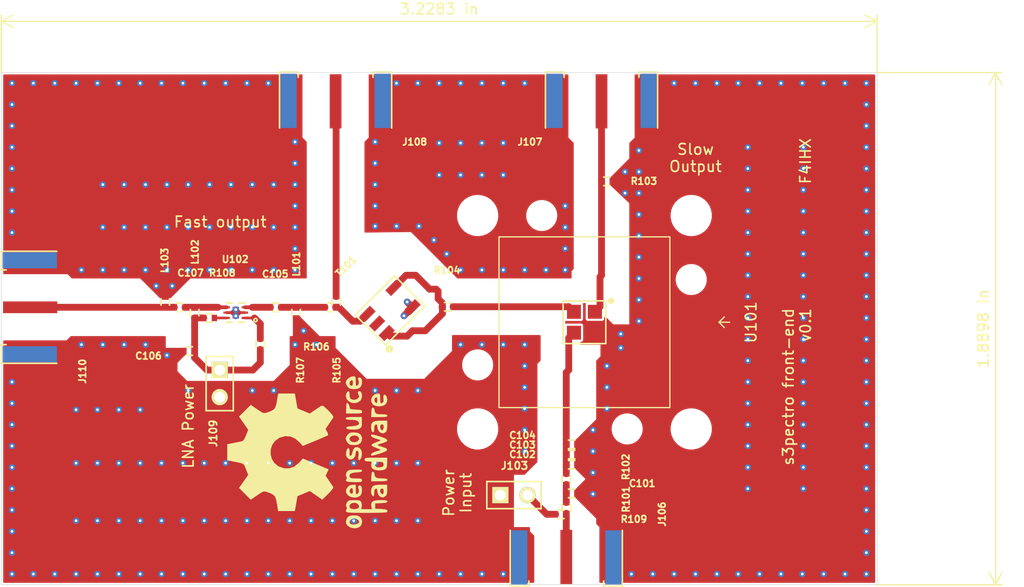
<source format=kicad_pcb>
(kicad_pcb (version 20171130) (host pcbnew 5.1.5-52549c5~86~ubuntu18.04.1)

  (general
    (thickness 1.6)
    (drawings 19)
    (tracks 373)
    (zones 0)
    (modules 37)
    (nets 19)
  )

  (page A4)
  (layers
    (0 F.Cu signal)
    (1 In1.Cu signal hide)
    (2 In2.Cu signal hide)
    (31 B.Cu signal)
    (32 B.Adhes user hide)
    (33 F.Adhes user hide)
    (34 B.Paste user hide)
    (35 F.Paste user)
    (36 B.SilkS user hide)
    (37 F.SilkS user)
    (38 B.Mask user hide)
    (39 F.Mask user)
    (40 Dwgs.User user hide)
    (41 Cmts.User user)
    (42 Eco1.User user hide)
    (43 Eco2.User user hide)
    (44 Edge.Cuts user)
    (45 Margin user hide)
    (46 B.CrtYd user hide)
    (47 F.CrtYd user)
    (48 B.Fab user hide)
    (49 F.Fab user hide)
  )

  (setup
    (last_trace_width 0.25)
    (trace_clearance 0.2)
    (zone_clearance 0.15)
    (zone_45_only yes)
    (trace_min 0.2)
    (via_size 0.6)
    (via_drill 0.25)
    (via_min_size 0.4)
    (via_min_drill 0.25)
    (uvia_size 0.3)
    (uvia_drill 0.1)
    (uvias_allowed no)
    (uvia_min_size 0.2)
    (uvia_min_drill 0.1)
    (edge_width 0.05)
    (segment_width 0.2)
    (pcb_text_width 0.3)
    (pcb_text_size 1.5 1.5)
    (mod_edge_width 0.12)
    (mod_text_size 1 1)
    (mod_text_width 0.15)
    (pad_size 0.5 0.5)
    (pad_drill 0)
    (pad_to_mask_clearance 0.051)
    (solder_mask_min_width 0.25)
    (aux_axis_origin 0 0)
    (visible_elements FFFFFF7F)
    (pcbplotparams
      (layerselection 0x010fc_ffffffff)
      (usegerberextensions false)
      (usegerberattributes false)
      (usegerberadvancedattributes false)
      (creategerberjobfile false)
      (excludeedgelayer true)
      (linewidth 0.100000)
      (plotframeref false)
      (viasonmask false)
      (mode 1)
      (useauxorigin false)
      (hpglpennumber 1)
      (hpglpenspeed 20)
      (hpglpendiameter 15.000000)
      (psnegative false)
      (psa4output false)
      (plotreference true)
      (plotvalue true)
      (plotinvisibletext false)
      (padsonsilk false)
      (subtractmaskfromsilk false)
      (outputformat 1)
      (mirror false)
      (drillshape 1)
      (scaleselection 1)
      (outputdirectory ""))
  )

  (net 0 "")
  (net 1 GND)
  (net 2 "Net-(T101-Pad2)")
  (net 3 /RFpi_1)
  (net 4 /RFpi)
  (net 5 /RFo_2)
  (net 6 /RFo_3)
  (net 7 /LNA_POW)
  (net 8 /RFo_0)
  (net 9 /RFo_1)
  (net 10 /RFpi_p)
  (net 11 /RFpi_0)
  (net 12 /RF_slow_out)
  (net 13 /RFo_n)
  (net 14 /RFo_t)
  (net 15 /RFo)
  (net 16 /RFo_4)
  (net 17 /LEN)
  (net 18 /LNA_Vdd)

  (net_class Default "This is the default net class."
    (clearance 0.2)
    (trace_width 0.25)
    (via_dia 0.6)
    (via_drill 0.25)
    (uvia_dia 0.3)
    (uvia_drill 0.1)
    (add_net GND)
    (add_net "Net-(T101-Pad2)")
  )

  (net_class RF ""
    (clearance 0.2)
    (trace_width 0.35)
    (via_dia 0.8)
    (via_drill 0.4)
    (uvia_dia 0.3)
    (uvia_drill 0.1)
    (add_net /LEN)
    (add_net /LNA_POW)
    (add_net /LNA_Vdd)
    (add_net /RF_slow_out)
    (add_net /RFo)
    (add_net /RFo_0)
    (add_net /RFo_1)
    (add_net /RFo_2)
    (add_net /RFo_3)
    (add_net /RFo_4)
    (add_net /RFo_n)
    (add_net /RFo_t)
    (add_net /RFpi)
    (add_net /RFpi_0)
    (add_net /RFpi_1)
    (add_net /RFpi_p)
  )

  (module Mounting_Holes:3.45MM_NOTPLATED locked (layer F.Cu) (tedit 5EA0EF80) (tstamp 5E9B4440)
    (at 84.600001 178.4 90)
    (path /5E9FFD3B)
    (fp_text reference J102 (at 0 3.048 90) (layer F.SilkS) hide
      (effects (font (size 1 1) (thickness 0.15)))
    )
    (fp_text value Conn_01x01 (at 0 -2.921 90) (layer F.Fab)
      (effects (font (size 1 1) (thickness 0.15)))
    )
    (pad "" np_thru_hole circle (at 0 0 90) (size 3.45 3.45) (drill 3.45) (layers *.Cu *.Mask))
  )

  (module Mounting_Holes:3.45MM_NOTPLATED locked (layer F.Cu) (tedit 5EA0EF80) (tstamp 5E9B4462)
    (at 84.6 158.4 90)
    (path /5EA020E7)
    (fp_text reference J105 (at 0 3.048 90) (layer F.SilkS) hide
      (effects (font (size 1 1) (thickness 0.15)))
    )
    (fp_text value Conn_01x01 (at 0 -2.921 90) (layer F.Fab)
      (effects (font (size 1 1) (thickness 0.15)))
    )
    (pad "" np_thru_hole circle (at 0 0 90) (size 3.45 3.45) (drill 3.45) (layers *.Cu *.Mask))
  )

  (module Mounting_Holes:3.45MM_NOTPLATED locked (layer F.Cu) (tedit 5EA0EF80) (tstamp 5E9B445A)
    (at 64.6 178.4 90)
    (path /5EA020DA)
    (fp_text reference J104 (at 0 3.048 90) (layer F.SilkS) hide
      (effects (font (size 1 1) (thickness 0.15)))
    )
    (fp_text value Conn_01x01 (at 0 -2.921 90) (layer F.Fab)
      (effects (font (size 1 1) (thickness 0.15)))
    )
    (pad "" np_thru_hole circle (at 0 0 90) (size 3.45 3.45) (drill 3.45) (layers *.Cu *.Mask))
  )

  (module Mounting_Holes:3.45MM_NOTPLATED locked (layer F.Cu) (tedit 5EA0EF80) (tstamp 5E9B4438)
    (at 64.600001 158.4 90)
    (path /5E9F32DB)
    (fp_text reference J101 (at 0 3.048 90) (layer F.SilkS) hide
      (effects (font (size 1 1) (thickness 0.15)))
    )
    (fp_text value Conn_01x01 (at 0 -2.921 90) (layer F.Fab)
      (effects (font (size 1 1) (thickness 0.15)))
    )
    (pad "" np_thru_hole circle (at 0 0 90) (size 3.45 3.45) (drill 3.45) (layers *.Cu *.Mask))
  )

  (module General_SMD:SM0402 (layer F.Cu) (tedit 5CDAB97C) (tstamp 5E9C4F60)
    (at 72.4 186.4)
    (path /5EA988A3)
    (fp_text reference R109 (at 6.83 0.46) (layer F.SilkS)
      (effects (font (size 0.635 0.635) (thickness 0.15)))
    )
    (fp_text value 0R (at 0 -0.5) (layer F.Fab) hide
      (effects (font (size 1 1) (thickness 0.15)))
    )
    (fp_line (start -0.3 -0.4) (end 0.2 -0.4) (layer F.SilkS) (width 0.15))
    (fp_line (start -0.3 0.4) (end 0.2 0.4) (layer F.SilkS) (width 0.15))
    (fp_line (start 0.2 -0.4) (end 0.3 -0.4) (layer F.SilkS) (width 0.15))
    (fp_line (start 0.2 0.4) (end 0.3 0.4) (layer F.SilkS) (width 0.15))
    (pad 2 smd rect (at 0.5 0) (size 0.5 0.6) (layers F.Cu F.Paste F.Mask)
      (net 11 /RFpi_0))
    (pad 1 smd rect (at -0.5 0) (size 0.5 0.6) (layers F.Cu F.Paste F.Mask)
      (net 10 /RFpi_p))
    (model ${CUSTLIB}/3D_Models/Standard/0402_1x0.5x0.35_resistor.step
      (at (xyz 0 0 0))
      (scale (xyz 1 1 1))
      (rotate (xyz 0 0 0))
    )
  )

  (module General_SMD:SM0402 (layer F.Cu) (tedit 5CDAB97C) (tstamp 5E9B35CE)
    (at 39.45 168 180)
    (path /5E9C2E52)
    (fp_text reference R108 (at -1.24 4.22) (layer F.SilkS)
      (effects (font (size 0.635 0.635) (thickness 0.15)))
    )
    (fp_text value 75R (at 0 -0.5) (layer F.Fab) hide
      (effects (font (size 1 1) (thickness 0.15)))
    )
    (fp_line (start -0.3 -0.4) (end 0.2 -0.4) (layer F.SilkS) (width 0.15))
    (fp_line (start -0.3 0.4) (end 0.2 0.4) (layer F.SilkS) (width 0.15))
    (fp_line (start 0.2 -0.4) (end 0.3 -0.4) (layer F.SilkS) (width 0.15))
    (fp_line (start 0.2 0.4) (end 0.3 0.4) (layer F.SilkS) (width 0.15))
    (pad 2 smd rect (at 0.5 0 180) (size 0.5 0.6) (layers F.Cu F.Paste F.Mask)
      (net 7 /LNA_POW))
    (pad 1 smd rect (at -0.5 0 180) (size 0.5 0.6) (layers F.Cu F.Paste F.Mask)
      (net 18 /LNA_Vdd))
    (model ${CUSTLIB}/3D_Models/Standard/0402_1x0.5x0.35_resistor.step
      (at (xyz 0 0 0))
      (scale (xyz 1 1 1))
      (rotate (xyz 0 0 0))
    )
  )

  (module General_SMD:SM0402 (layer F.Cu) (tedit 5CDAB97C) (tstamp 5E9B35C4)
    (at 44.25 170.45 90)
    (path /5E9CA1F5)
    (fp_text reference R107 (at -2.45 3.75 90) (layer F.SilkS)
      (effects (font (size 0.635 0.635) (thickness 0.15)))
    )
    (fp_text value 75R (at 0 -0.5 90) (layer F.Fab) hide
      (effects (font (size 1 1) (thickness 0.15)))
    )
    (fp_line (start -0.3 -0.4) (end 0.2 -0.4) (layer F.SilkS) (width 0.15))
    (fp_line (start -0.3 0.4) (end 0.2 0.4) (layer F.SilkS) (width 0.15))
    (fp_line (start 0.2 -0.4) (end 0.3 -0.4) (layer F.SilkS) (width 0.15))
    (fp_line (start 0.2 0.4) (end 0.3 0.4) (layer F.SilkS) (width 0.15))
    (pad 2 smd rect (at 0.5 0 90) (size 0.5 0.6) (layers F.Cu F.Paste F.Mask)
      (net 17 /LEN))
    (pad 1 smd rect (at -0.5 0 90) (size 0.5 0.6) (layers F.Cu F.Paste F.Mask)
      (net 7 /LNA_POW))
    (model ${CUSTLIB}/3D_Models/Standard/0402_1x0.5x0.35_resistor.step
      (at (xyz 0 0 0))
      (scale (xyz 1 1 1))
      (rotate (xyz 0 0 0))
    )
  )

  (module General_SMD:SM0402 (layer F.Cu) (tedit 5CDAB97C) (tstamp 5E9B35BA)
    (at 50.8 167 180)
    (path /5E9B1005)
    (fp_text reference R106 (at 1.3 -3.7) (layer F.SilkS)
      (effects (font (size 0.635 0.635) (thickness 0.15)))
    )
    (fp_text value 0R (at 0 -0.5) (layer F.Fab) hide
      (effects (font (size 1 1) (thickness 0.15)))
    )
    (fp_line (start -0.3 -0.4) (end 0.2 -0.4) (layer F.SilkS) (width 0.15))
    (fp_line (start -0.3 0.4) (end 0.2 0.4) (layer F.SilkS) (width 0.15))
    (fp_line (start 0.2 -0.4) (end 0.3 -0.4) (layer F.SilkS) (width 0.15))
    (fp_line (start 0.2 0.4) (end 0.3 0.4) (layer F.SilkS) (width 0.15))
    (pad 2 smd rect (at 0.5 0 180) (size 0.5 0.6) (layers F.Cu F.Paste F.Mask)
      (net 6 /RFo_3))
    (pad 1 smd rect (at -0.5 0 180) (size 0.5 0.6) (layers F.Cu F.Paste F.Mask)
      (net 16 /RFo_4))
    (model ${CUSTLIB}/3D_Models/Standard/0402_1x0.5x0.35_resistor.step
      (at (xyz 0 0 0))
      (scale (xyz 1 1 1))
      (rotate (xyz 0 0 0))
    )
  )

  (module General_SMD:SM0402 (layer F.Cu) (tedit 5CDAB97C) (tstamp 5E9B35B0)
    (at 51.35 166.5 90)
    (path /5E9A4205)
    (fp_text reference R105 (at -6.4 0.06 90) (layer F.SilkS)
      (effects (font (size 0.635 0.635) (thickness 0.15)))
    )
    (fp_text value 0R (at 0 -0.5 90) (layer F.Fab) hide
      (effects (font (size 1 1) (thickness 0.15)))
    )
    (fp_line (start -0.3 -0.4) (end 0.2 -0.4) (layer F.SilkS) (width 0.15))
    (fp_line (start -0.3 0.4) (end 0.2 0.4) (layer F.SilkS) (width 0.15))
    (fp_line (start 0.2 -0.4) (end 0.3 -0.4) (layer F.SilkS) (width 0.15))
    (fp_line (start 0.2 0.4) (end 0.3 0.4) (layer F.SilkS) (width 0.15))
    (pad 2 smd rect (at 0.5 0 90) (size 0.5 0.6) (layers F.Cu F.Paste F.Mask)
      (net 13 /RFo_n))
    (pad 1 smd rect (at -0.5 0 90) (size 0.5 0.6) (layers F.Cu F.Paste F.Mask)
      (net 16 /RFo_4))
    (model ${CUSTLIB}/3D_Models/Standard/0402_1x0.5x0.35_resistor.step
      (at (xyz 0 0 0))
      (scale (xyz 1 1 1))
      (rotate (xyz 0 0 0))
    )
  )

  (module General_SMD:SM0402 (layer F.Cu) (tedit 5CDAB97C) (tstamp 5E9B35A6)
    (at 61.8 166.949999 180)
    (path /5E9A2EB6)
    (fp_text reference R104 (at 0.06 3.409999) (layer F.SilkS)
      (effects (font (size 0.635 0.635) (thickness 0.15)))
    )
    (fp_text value 0R (at 0 -0.5) (layer F.Fab) hide
      (effects (font (size 1 1) (thickness 0.15)))
    )
    (fp_line (start -0.3 -0.4) (end 0.2 -0.4) (layer F.SilkS) (width 0.15))
    (fp_line (start -0.3 0.4) (end 0.2 0.4) (layer F.SilkS) (width 0.15))
    (fp_line (start 0.2 -0.4) (end 0.3 -0.4) (layer F.SilkS) (width 0.15))
    (fp_line (start 0.2 0.4) (end 0.3 0.4) (layer F.SilkS) (width 0.15))
    (pad 2 smd rect (at 0.5 0 180) (size 0.5 0.6) (layers F.Cu F.Paste F.Mask)
      (net 14 /RFo_t))
    (pad 1 smd rect (at -0.5 0 180) (size 0.5 0.6) (layers F.Cu F.Paste F.Mask)
      (net 15 /RFo))
    (model ${CUSTLIB}/3D_Models/Standard/0402_1x0.5x0.35_resistor.step
      (at (xyz 0 0 0))
      (scale (xyz 1 1 1))
      (rotate (xyz 0 0 0))
    )
  )

  (module General_SMD:SM0402 (layer F.Cu) (tedit 5CDAB97C) (tstamp 5E9B359C)
    (at 76.7 155.2)
    (path /5E999A13)
    (fp_text reference R103 (at 3.47 -0.02) (layer F.SilkS)
      (effects (font (size 0.635 0.635) (thickness 0.15)))
    )
    (fp_text value 49.9R (at 0 -0.5) (layer F.Fab) hide
      (effects (font (size 1 1) (thickness 0.15)))
    )
    (fp_line (start -0.3 -0.4) (end 0.2 -0.4) (layer F.SilkS) (width 0.15))
    (fp_line (start -0.3 0.4) (end 0.2 0.4) (layer F.SilkS) (width 0.15))
    (fp_line (start 0.2 -0.4) (end 0.3 -0.4) (layer F.SilkS) (width 0.15))
    (fp_line (start 0.2 0.4) (end 0.3 0.4) (layer F.SilkS) (width 0.15))
    (pad 2 smd rect (at 0.5 0) (size 0.5 0.6) (layers F.Cu F.Paste F.Mask)
      (net 1 GND))
    (pad 1 smd rect (at -0.5 0) (size 0.5 0.6) (layers F.Cu F.Paste F.Mask)
      (net 12 /RF_slow_out))
    (model ${CUSTLIB}/3D_Models/Standard/0402_1x0.5x0.35_resistor.step
      (at (xyz 0 0 0))
      (scale (xyz 1 1 1))
      (rotate (xyz 0 0 0))
    )
  )

  (module General_SMD:SM0402 (layer F.Cu) (tedit 5CDAB97C) (tstamp 5E9C47E3)
    (at 72.9 183.1 90)
    (path /5E993C4B)
    (fp_text reference R102 (at 1.14 5.58 90) (layer F.SilkS)
      (effects (font (size 0.635 0.635) (thickness 0.15)))
    )
    (fp_text value 49.9R (at 0 -0.5 90) (layer F.Fab) hide
      (effects (font (size 1 1) (thickness 0.15)))
    )
    (fp_line (start -0.3 -0.4) (end 0.2 -0.4) (layer F.SilkS) (width 0.15))
    (fp_line (start -0.3 0.4) (end 0.2 0.4) (layer F.SilkS) (width 0.15))
    (fp_line (start 0.2 -0.4) (end 0.3 -0.4) (layer F.SilkS) (width 0.15))
    (fp_line (start 0.2 0.4) (end 0.3 0.4) (layer F.SilkS) (width 0.15))
    (pad 2 smd rect (at 0.5 0 90) (size 0.5 0.6) (layers F.Cu F.Paste F.Mask)
      (net 4 /RFpi))
    (pad 1 smd rect (at -0.5 0 90) (size 0.5 0.6) (layers F.Cu F.Paste F.Mask)
      (net 3 /RFpi_1))
    (model ${CUSTLIB}/3D_Models/Standard/0402_1x0.5x0.35_resistor.step
      (at (xyz 0 0 0))
      (scale (xyz 1 1 1))
      (rotate (xyz 0 0 0))
    )
  )

  (module General_SMD:SM0402 (layer F.Cu) (tedit 5CDAB97C) (tstamp 5E9C4834)
    (at 72.9 185.8 90)
    (path /5E996125)
    (fp_text reference R101 (at 0.8 5.6 90) (layer F.SilkS)
      (effects (font (size 0.635 0.635) (thickness 0.15)))
    )
    (fp_text value 49.9R (at 0 -0.5 90) (layer F.Fab) hide
      (effects (font (size 1 1) (thickness 0.15)))
    )
    (fp_line (start -0.3 -0.4) (end 0.2 -0.4) (layer F.SilkS) (width 0.15))
    (fp_line (start -0.3 0.4) (end 0.2 0.4) (layer F.SilkS) (width 0.15))
    (fp_line (start 0.2 -0.4) (end 0.3 -0.4) (layer F.SilkS) (width 0.15))
    (fp_line (start 0.2 0.4) (end 0.3 0.4) (layer F.SilkS) (width 0.15))
    (pad 2 smd rect (at 0.5 0 90) (size 0.5 0.6) (layers F.Cu F.Paste F.Mask)
      (net 3 /RFpi_1))
    (pad 1 smd rect (at -0.5 0 90) (size 0.5 0.6) (layers F.Cu F.Paste F.Mask)
      (net 11 /RFpi_0))
    (model ${CUSTLIB}/3D_Models/Standard/0402_1x0.5x0.35_resistor.step
      (at (xyz 0 0 0))
      (scale (xyz 1 1 1))
      (rotate (xyz 0 0 0))
    )
  )

  (module General_SMD:SM0402 (layer F.Cu) (tedit 5CDAB97C) (tstamp 5E9B357E)
    (at 35.35 166.5 270)
    (path /5E9E7D54)
    (fp_text reference L103 (at -3.89 0.05 90) (layer F.SilkS)
      (effects (font (size 0.635 0.635) (thickness 0.15)))
    )
    (fp_text value NC (at 0 -0.5 90) (layer F.Fab) hide
      (effects (font (size 1 1) (thickness 0.15)))
    )
    (fp_line (start -0.3 -0.4) (end 0.2 -0.4) (layer F.SilkS) (width 0.15))
    (fp_line (start -0.3 0.4) (end 0.2 0.4) (layer F.SilkS) (width 0.15))
    (fp_line (start 0.2 -0.4) (end 0.3 -0.4) (layer F.SilkS) (width 0.15))
    (fp_line (start 0.2 0.4) (end 0.3 0.4) (layer F.SilkS) (width 0.15))
    (pad 2 smd rect (at 0.5 0 270) (size 0.5 0.6) (layers F.Cu F.Paste F.Mask)
      (net 8 /RFo_0))
    (pad 1 smd rect (at -0.5 0 270) (size 0.5 0.6) (layers F.Cu F.Paste F.Mask)
      (net 1 GND))
    (model ${CUSTLIB}/3D_Models/Standard/0402_1x0.5x0.35_resistor.step
      (at (xyz 0 0 0))
      (scale (xyz 1 1 1))
      (rotate (xyz 0 0 0))
    )
  )

  (module General_SMD:SM0402 (layer F.Cu) (tedit 5CDAB97C) (tstamp 5E9B3574)
    (at 38.1 167.5 270)
    (path /5E9C1B70)
    (fp_text reference L102 (at -5.68 -0.04 90) (layer F.SilkS)
      (effects (font (size 0.635 0.635) (thickness 0.15)))
    )
    (fp_text value 33nH (at 0 -0.5 90) (layer F.Fab) hide
      (effects (font (size 1 1) (thickness 0.15)))
    )
    (fp_line (start -0.3 -0.4) (end 0.2 -0.4) (layer F.SilkS) (width 0.15))
    (fp_line (start -0.3 0.4) (end 0.2 0.4) (layer F.SilkS) (width 0.15))
    (fp_line (start 0.2 -0.4) (end 0.3 -0.4) (layer F.SilkS) (width 0.15))
    (fp_line (start 0.2 0.4) (end 0.3 0.4) (layer F.SilkS) (width 0.15))
    (pad 2 smd rect (at 0.5 0 270) (size 0.5 0.6) (layers F.Cu F.Paste F.Mask)
      (net 7 /LNA_POW))
    (pad 1 smd rect (at -0.5 0 270) (size 0.5 0.6) (layers F.Cu F.Paste F.Mask)
      (net 9 /RFo_1))
    (model ${CUSTLIB}/3D_Models/Standard/0402_1x0.5x0.35_resistor.step
      (at (xyz 0 0 0))
      (scale (xyz 1 1 1))
      (rotate (xyz 0 0 0))
    )
  )

  (module General_SMD:SM0402 (layer F.Cu) (tedit 5CDAB97C) (tstamp 5E9B356A)
    (at 47.6 167.5 90)
    (path /5E9BE1A4)
    (fp_text reference L101 (at 4.55 0.03 90) (layer F.SilkS)
      (effects (font (size 0.635 0.635) (thickness 0.15)))
    )
    (fp_text value 18nH (at 0 -0.5 90) (layer F.Fab) hide
      (effects (font (size 1 1) (thickness 0.15)))
    )
    (fp_line (start -0.3 -0.4) (end 0.2 -0.4) (layer F.SilkS) (width 0.15))
    (fp_line (start -0.3 0.4) (end 0.2 0.4) (layer F.SilkS) (width 0.15))
    (fp_line (start 0.2 -0.4) (end 0.3 -0.4) (layer F.SilkS) (width 0.15))
    (fp_line (start 0.2 0.4) (end 0.3 0.4) (layer F.SilkS) (width 0.15))
    (pad 2 smd rect (at 0.5 0 90) (size 0.5 0.6) (layers F.Cu F.Paste F.Mask)
      (net 6 /RFo_3))
    (pad 1 smd rect (at -0.5 0 90) (size 0.5 0.6) (layers F.Cu F.Paste F.Mask)
      (net 1 GND))
    (model ${CUSTLIB}/3D_Models/Standard/0402_1x0.5x0.35_resistor.step
      (at (xyz 0 0 0))
      (scale (xyz 1 1 1))
      (rotate (xyz 0 0 0))
    )
  )

  (module General_SMD:SM0402 (layer F.Cu) (tedit 5CDAB97C) (tstamp 5E9B3510)
    (at 36.7 167 180)
    (path /5E9E318A)
    (fp_text reference C107 (at -1.02 3.22) (layer F.SilkS)
      (effects (font (size 0.635 0.635) (thickness 0.15)))
    )
    (fp_text value 33p (at 0 -0.5) (layer F.Fab) hide
      (effects (font (size 1 1) (thickness 0.15)))
    )
    (fp_line (start -0.3 -0.4) (end 0.2 -0.4) (layer F.SilkS) (width 0.15))
    (fp_line (start -0.3 0.4) (end 0.2 0.4) (layer F.SilkS) (width 0.15))
    (fp_line (start 0.2 -0.4) (end 0.3 -0.4) (layer F.SilkS) (width 0.15))
    (fp_line (start 0.2 0.4) (end 0.3 0.4) (layer F.SilkS) (width 0.15))
    (pad 2 smd rect (at 0.5 0 180) (size 0.5 0.6) (layers F.Cu F.Paste F.Mask)
      (net 8 /RFo_0))
    (pad 1 smd rect (at -0.5 0 180) (size 0.5 0.6) (layers F.Cu F.Paste F.Mask)
      (net 9 /RFo_1))
    (model ${CUSTLIB}/3D_Models/Standard/0402_1x0.5x0.35_resistor.step
      (at (xyz 0 0 0))
      (scale (xyz 1 1 1))
      (rotate (xyz 0 0 0))
    )
  )

  (module General_SMD:SM0402 (layer F.Cu) (tedit 5CDAB97C) (tstamp 5E9B3506)
    (at 37.6 171.1 180)
    (path /5E9C5D89)
    (fp_text reference C106 (at 3.82 -0.460001) (layer F.SilkS)
      (effects (font (size 0.635 0.635) (thickness 0.15)))
    )
    (fp_text value 100nF (at 0 -0.5) (layer F.Fab) hide
      (effects (font (size 1 1) (thickness 0.15)))
    )
    (fp_line (start -0.3 -0.4) (end 0.2 -0.4) (layer F.SilkS) (width 0.15))
    (fp_line (start -0.3 0.4) (end 0.2 0.4) (layer F.SilkS) (width 0.15))
    (fp_line (start 0.2 -0.4) (end 0.3 -0.4) (layer F.SilkS) (width 0.15))
    (fp_line (start 0.2 0.4) (end 0.3 0.4) (layer F.SilkS) (width 0.15))
    (pad 2 smd rect (at 0.5 0 180) (size 0.5 0.6) (layers F.Cu F.Paste F.Mask)
      (net 1 GND))
    (pad 1 smd rect (at -0.5 0 180) (size 0.5 0.6) (layers F.Cu F.Paste F.Mask)
      (net 7 /LNA_POW))
    (model ${CUSTLIB}/3D_Models/Standard/0402_1x0.5x0.35_resistor.step
      (at (xyz 0 0 0))
      (scale (xyz 1 1 1))
      (rotate (xyz 0 0 0))
    )
  )

  (module General_SMD:SM0402 (layer F.Cu) (tedit 5CDAB97C) (tstamp 5E9B34FC)
    (at 45.7 167 180)
    (path /5E9BC4DA)
    (fp_text reference C105 (at 0.05 3.12) (layer F.SilkS)
      (effects (font (size 0.635 0.635) (thickness 0.15)))
    )
    (fp_text value 33p (at 0 -0.5) (layer F.Fab) hide
      (effects (font (size 1 1) (thickness 0.15)))
    )
    (fp_line (start -0.3 -0.4) (end 0.2 -0.4) (layer F.SilkS) (width 0.15))
    (fp_line (start -0.3 0.4) (end 0.2 0.4) (layer F.SilkS) (width 0.15))
    (fp_line (start 0.2 -0.4) (end 0.3 -0.4) (layer F.SilkS) (width 0.15))
    (fp_line (start 0.2 0.4) (end 0.3 0.4) (layer F.SilkS) (width 0.15))
    (pad 2 smd rect (at 0.5 0 180) (size 0.5 0.6) (layers F.Cu F.Paste F.Mask)
      (net 5 /RFo_2))
    (pad 1 smd rect (at -0.5 0 180) (size 0.5 0.6) (layers F.Cu F.Paste F.Mask)
      (net 6 /RFo_3))
    (model ${CUSTLIB}/3D_Models/Standard/0402_1x0.5x0.35_resistor.step
      (at (xyz 0 0 0))
      (scale (xyz 1 1 1))
      (rotate (xyz 0 0 0))
    )
  )

  (module General_SMD:SM0402 (layer F.Cu) (tedit 5CDAB97C) (tstamp 5E9C47FE)
    (at 73.4 179.849999 180)
    (path /5E98EAC0)
    (fp_text reference C104 (at 4.6 0.849999) (layer F.SilkS)
      (effects (font (size 0.635 0.635) (thickness 0.15)))
    )
    (fp_text value 10n (at 0 -0.5) (layer F.Fab) hide
      (effects (font (size 1 1) (thickness 0.15)))
    )
    (fp_line (start -0.3 -0.4) (end 0.2 -0.4) (layer F.SilkS) (width 0.15))
    (fp_line (start -0.3 0.4) (end 0.2 0.4) (layer F.SilkS) (width 0.15))
    (fp_line (start 0.2 -0.4) (end 0.3 -0.4) (layer F.SilkS) (width 0.15))
    (fp_line (start 0.2 0.4) (end 0.3 0.4) (layer F.SilkS) (width 0.15))
    (pad 2 smd rect (at 0.5 0 180) (size 0.5 0.6) (layers F.Cu F.Paste F.Mask)
      (net 4 /RFpi))
    (pad 1 smd rect (at -0.5 0 180) (size 0.5 0.6) (layers F.Cu F.Paste F.Mask)
      (net 1 GND))
    (model ${CUSTLIB}/3D_Models/Standard/0402_1x0.5x0.35_resistor.step
      (at (xyz 0 0 0))
      (scale (xyz 1 1 1))
      (rotate (xyz 0 0 0))
    )
  )

  (module General_SMD:SM0402 (layer F.Cu) (tedit 5CDAB97C) (tstamp 5E9C484F)
    (at 73.4 180.8 180)
    (path /5E9923BC)
    (fp_text reference C103 (at 4.6 0.9) (layer F.SilkS)
      (effects (font (size 0.635 0.635) (thickness 0.15)))
    )
    (fp_text value 10n (at 0 -0.5) (layer F.Fab) hide
      (effects (font (size 1 1) (thickness 0.15)))
    )
    (fp_line (start -0.3 -0.4) (end 0.2 -0.4) (layer F.SilkS) (width 0.15))
    (fp_line (start -0.3 0.4) (end 0.2 0.4) (layer F.SilkS) (width 0.15))
    (fp_line (start 0.2 -0.4) (end 0.3 -0.4) (layer F.SilkS) (width 0.15))
    (fp_line (start 0.2 0.4) (end 0.3 0.4) (layer F.SilkS) (width 0.15))
    (pad 2 smd rect (at 0.5 0 180) (size 0.5 0.6) (layers F.Cu F.Paste F.Mask)
      (net 4 /RFpi))
    (pad 1 smd rect (at -0.5 0 180) (size 0.5 0.6) (layers F.Cu F.Paste F.Mask)
      (net 1 GND))
    (model ${CUSTLIB}/3D_Models/Standard/0402_1x0.5x0.35_resistor.step
      (at (xyz 0 0 0))
      (scale (xyz 1 1 1))
      (rotate (xyz 0 0 0))
    )
  )

  (module General_SMD:SM0402 (layer F.Cu) (tedit 5CDAB97C) (tstamp 5E9C4819)
    (at 73.4 181.749999 180)
    (path /5E9935F3)
    (fp_text reference C102 (at 4.6 0.959999) (layer F.SilkS)
      (effects (font (size 0.635 0.635) (thickness 0.15)))
    )
    (fp_text value 10n (at 0 -0.5) (layer F.Fab) hide
      (effects (font (size 1 1) (thickness 0.15)))
    )
    (fp_line (start -0.3 -0.4) (end 0.2 -0.4) (layer F.SilkS) (width 0.15))
    (fp_line (start -0.3 0.4) (end 0.2 0.4) (layer F.SilkS) (width 0.15))
    (fp_line (start 0.2 -0.4) (end 0.3 -0.4) (layer F.SilkS) (width 0.15))
    (fp_line (start 0.2 0.4) (end 0.3 0.4) (layer F.SilkS) (width 0.15))
    (pad 2 smd rect (at 0.5 0 180) (size 0.5 0.6) (layers F.Cu F.Paste F.Mask)
      (net 4 /RFpi))
    (pad 1 smd rect (at -0.5 0 180) (size 0.5 0.6) (layers F.Cu F.Paste F.Mask)
      (net 1 GND))
    (model ${CUSTLIB}/3D_Models/Standard/0402_1x0.5x0.35_resistor.step
      (at (xyz 0 0 0))
      (scale (xyz 1 1 1))
      (rotate (xyz 0 0 0))
    )
  )

  (module General_SMD:SM0402 (layer F.Cu) (tedit 5CDAB97C) (tstamp 5E9C4894)
    (at 73.4 184.45 180)
    (path /5E995F5E)
    (fp_text reference C101 (at -6.61 0.94) (layer F.SilkS)
      (effects (font (size 0.635 0.635) (thickness 0.15)))
    )
    (fp_text value 10n (at 0 -0.5) (layer F.Fab) hide
      (effects (font (size 1 1) (thickness 0.15)))
    )
    (fp_line (start -0.3 -0.4) (end 0.2 -0.4) (layer F.SilkS) (width 0.15))
    (fp_line (start -0.3 0.4) (end 0.2 0.4) (layer F.SilkS) (width 0.15))
    (fp_line (start 0.2 -0.4) (end 0.3 -0.4) (layer F.SilkS) (width 0.15))
    (fp_line (start 0.2 0.4) (end 0.3 0.4) (layer F.SilkS) (width 0.15))
    (pad 2 smd rect (at 0.5 0 180) (size 0.5 0.6) (layers F.Cu F.Paste F.Mask)
      (net 3 /RFpi_1))
    (pad 1 smd rect (at -0.5 0 180) (size 0.5 0.6) (layers F.Cu F.Paste F.Mask)
      (net 1 GND))
    (model ${CUSTLIB}/3D_Models/Standard/0402_1x0.5x0.35_resistor.step
      (at (xyz 0 0 0))
      (scale (xyz 1 1 1))
      (rotate (xyz 0 0 0))
    )
  )

  (module Logos:OpenHardware locked (layer F.Cu) (tedit 0) (tstamp 5E9C5905)
    (at 48.61 180.59 90)
    (fp_text reference G*** (at 0 0 90) (layer F.SilkS) hide
      (effects (font (size 1.524 1.524) (thickness 0.3)))
    )
    (fp_text value LOGO (at 0.75 0 90) (layer F.SilkS) hide
      (effects (font (size 1.524 1.524) (thickness 0.3)))
    )
    (fp_poly (pts (xy 0.848722 -6.963833) (xy 0.914593 -6.63822) (xy 0.976068 -6.333025) (xy 1.004248 -6.192378)
      (xy 1.0525 -6.030581) (xy 1.145823 -5.914139) (xy 1.32431 -5.808963) (xy 1.5861 -5.697686)
      (xy 2.111154 -5.487615) (xy 2.727743 -5.917151) (xy 3.344333 -6.346686) (xy 3.890652 -5.80124)
      (xy 4.43697 -5.255794) (xy 4.026747 -4.655412) (xy 3.82966 -4.362595) (xy 3.714808 -4.166185)
      (xy 3.668371 -4.02314) (xy 3.676527 -3.890416) (xy 3.725453 -3.724969) (xy 3.726729 -3.721101)
      (xy 3.862079 -3.352662) (xy 4.003408 -3.111099) (xy 4.19306 -2.960595) (xy 4.473376 -2.865332)
      (xy 4.814325 -2.801076) (xy 5.503333 -2.689183) (xy 5.503333 -1.12539) (xy 4.806334 -1.005021)
      (xy 4.109336 -0.884653) (xy 3.868302 -0.305001) (xy 3.627269 0.27465) (xy 4.028484 0.856556)
      (xy 4.222807 1.141929) (xy 4.332318 1.324812) (xy 4.368488 1.442008) (xy 4.34279 1.530322)
      (xy 4.268016 1.625033) (xy 3.969499 1.950662) (xy 3.695459 2.215058) (xy 3.469401 2.398133)
      (xy 3.314826 2.479804) (xy 3.271806 2.47641) (xy 3.154953 2.399188) (xy 2.943485 2.257194)
      (xy 2.682792 2.080908) (xy 2.678152 2.07776) (xy 2.184002 1.742519) (xy 1.925407 1.890932)
      (xy 1.737578 1.972395) (xy 1.612769 1.979349) (xy 1.602866 1.972173) (xy 1.549363 1.873473)
      (xy 1.445515 1.647524) (xy 1.30445 1.324065) (xy 1.139297 0.932832) (xy 1.0686 0.762)
      (xy 0.59828 -0.381) (xy 0.927124 -0.677333) (xy 1.288735 -1.095577) (xy 1.487201 -1.546533)
      (xy 1.520625 -2.020931) (xy 1.387107 -2.5095) (xy 1.327554 -2.632516) (xy 1.046981 -3.003812)
      (xy 0.681299 -3.255317) (xy 0.263347 -3.387441) (xy -0.174037 -3.400594) (xy -0.598014 -3.295187)
      (xy -0.975746 -3.071629) (xy -1.274394 -2.73033) (xy -1.346535 -2.599132) (xy -1.508153 -2.099099)
      (xy -1.502412 -1.618862) (xy -1.330776 -1.165044) (xy -0.994708 -0.74427) (xy -0.922266 -0.677333)
      (xy -0.588563 -0.381) (xy -0.962994 0.508) (xy -1.128452 0.901353) (xy -1.283188 1.270119)
      (xy -1.407262 1.566732) (xy -1.468967 1.715076) (xy -1.600508 2.033152) (xy -1.897683 1.891439)
      (xy -2.194857 1.749726) (xy -2.68358 2.081363) (xy -2.942047 2.256306) (xy -3.150692 2.396716)
      (xy -3.264523 2.472314) (xy -3.264761 2.472467) (xy -3.363176 2.443097) (xy -3.547018 2.309893)
      (xy -3.788031 2.094523) (xy -3.895773 1.988552) (xy -4.434326 1.445168) (xy -3.62727 0.27465)
      (xy -3.868303 -0.305001) (xy -4.109337 -0.884653) (xy -4.806335 -1.005021) (xy -5.503334 -1.12539)
      (xy -5.503334 -2.689183) (xy -4.814326 -2.801076) (xy -4.423727 -2.877549) (xy -4.159762 -2.978836)
      (xy -3.980089 -3.140754) (xy -3.842366 -3.399121) (xy -3.72673 -3.721101) (xy -3.677142 -3.887622)
      (xy -3.668052 -4.020575) (xy -3.713284 -4.163003) (xy -3.826658 -4.357949) (xy -4.021997 -4.648459)
      (xy -4.026748 -4.655412) (xy -4.436971 -5.255794) (xy -3.890653 -5.80124) (xy -3.344334 -6.346686)
      (xy -2.727744 -5.917151) (xy -2.111155 -5.487615) (xy -1.585051 -5.698106) (xy -1.36468 -5.785569)
      (xy -1.211378 -5.860834) (xy -1.106747 -5.955337) (xy -1.032385 -6.100515) (xy -0.969894 -6.327802)
      (xy -0.900873 -6.668634) (xy -0.844203 -6.963833) (xy -0.749995 -7.450666) (xy 0.749994 -7.450666)
      (xy 0.848722 -6.963833)) (layer F.SilkS) (width 0.01))
    (fp_poly (pts (xy 6.747711 3.714683) (xy 6.945271 3.900073) (xy 7.080138 4.141852) (xy 7.112 4.314152)
      (xy 7.10439 4.461865) (xy 7.053691 4.538558) (xy 6.918103 4.56751) (xy 6.655822 4.572)
      (xy 6.64899 4.572) (xy 6.380787 4.580668) (xy 6.250583 4.612773) (xy 6.227649 4.677471)
      (xy 6.233478 4.695777) (xy 6.367249 4.837314) (xy 6.580641 4.879919) (xy 6.771391 4.827039)
      (xy 6.915388 4.779164) (xy 6.991248 4.855162) (xy 6.998593 4.873227) (xy 6.987916 5.01875)
      (xy 6.857731 5.117532) (xy 6.652906 5.163505) (xy 6.418309 5.150597) (xy 6.198809 5.07274)
      (xy 6.096 4.995334) (xy 5.977229 4.807698) (xy 5.929447 4.528348) (xy 5.926666 4.408812)
      (xy 5.937663 4.220394) (xy 6.224587 4.220394) (xy 6.344134 4.300649) (xy 6.530538 4.318)
      (xy 6.711026 4.295134) (xy 6.762159 4.211012) (xy 6.757509 4.169834) (xy 6.662384 4.047049)
      (xy 6.489302 3.991289) (xy 6.320353 4.018391) (xy 6.259328 4.073717) (xy 6.224587 4.220394)
      (xy 5.937663 4.220394) (xy 5.942735 4.133513) (xy 6.007716 3.959023) (xy 6.146774 3.818493)
      (xy 6.149751 3.816145) (xy 6.352493 3.69328) (xy 6.531599 3.640696) (xy 6.534599 3.640667)
      (xy 6.747711 3.714683)) (layer F.SilkS) (width 0.01))
    (fp_poly (pts (xy 5.476403 3.687835) (xy 5.670997 3.79673) (xy 5.717428 3.90818) (xy 5.62081 3.984596)
      (xy 5.434696 3.994396) (xy 5.204013 4.004287) (xy 5.035421 4.065933) (xy 5.03253 4.068263)
      (xy 4.932864 4.246298) (xy 4.920431 4.48822) (xy 4.993964 4.713551) (xy 5.043714 4.777619)
      (xy 5.167849 4.886025) (xy 5.274028 4.894026) (xy 5.433322 4.818157) (xy 5.613705 4.774211)
      (xy 5.72208 4.836045) (xy 5.71854 4.968101) (xy 5.675644 5.034079) (xy 5.493164 5.13819)
      (xy 5.237643 5.159129) (xy 4.982037 5.099508) (xy 4.83462 5.003954) (xy 4.661498 4.7384)
      (xy 4.608936 4.442842) (xy 4.660069 4.151862) (xy 4.798032 3.900045) (xy 5.005962 3.721976)
      (xy 5.266994 3.652239) (xy 5.476403 3.687835)) (layer F.SilkS) (width 0.01))
    (fp_poly (pts (xy 4.085166 3.683199) (xy 4.397758 3.697128) (xy 4.570525 3.714612) (xy 4.632859 3.745475)
      (xy 4.614153 3.79954) (xy 4.576171 3.847308) (xy 4.418466 3.949649) (xy 4.248304 3.995474)
      (xy 4.127683 4.019191) (xy 4.05744 4.081592) (xy 4.021008 4.222022) (xy 4.001819 4.479826)
      (xy 3.996631 4.593167) (xy 3.977536 4.899248) (xy 3.945888 5.072305) (xy 3.889583 5.148644)
      (xy 3.806131 5.164667) (xy 3.726914 5.150832) (xy 3.677923 5.087736) (xy 3.652006 4.942992)
      (xy 3.642014 4.684213) (xy 3.640666 4.415194) (xy 3.640666 3.665721) (xy 4.085166 3.683199)) (layer F.SilkS) (width 0.01))
    (fp_poly (pts (xy 3.237486 3.670711) (xy 3.276175 3.780266) (xy 3.29602 3.99847) (xy 3.301975 4.354457)
      (xy 3.302 4.387708) (xy 3.302 5.134749) (xy 2.836508 5.146997) (xy 2.555327 5.144204)
      (xy 2.38767 5.105559) (xy 2.278751 5.013773) (xy 2.239584 4.958653) (xy 2.167988 4.769511)
      (xy 2.130488 4.506627) (xy 2.125327 4.218266) (xy 2.150749 3.952697) (xy 2.204999 3.758186)
      (xy 2.286 3.683) (xy 2.363456 3.728616) (xy 2.411382 3.884736) (xy 2.43853 4.180268)
      (xy 2.438936 4.188072) (xy 2.485079 4.58918) (xy 2.573785 4.827164) (xy 2.704807 4.901716)
      (xy 2.877897 4.812532) (xy 2.914952 4.777619) (xy 3.006543 4.59374) (xy 3.045874 4.268838)
      (xy 3.048 4.142619) (xy 3.057962 3.849641) (xy 3.093234 3.693202) (xy 3.161889 3.641389)
      (xy 3.175 3.640667) (xy 3.237486 3.670711)) (layer F.SilkS) (width 0.01))
    (fp_poly (pts (xy 1.435807 3.690708) (xy 1.633704 3.811561) (xy 1.639581 3.816145) (xy 1.780034 3.956676)
      (xy 1.846007 4.130091) (xy 1.862663 4.403242) (xy 1.862666 4.408812) (xy 1.809084 4.788054)
      (xy 1.650303 5.038249) (xy 1.389269 5.15564) (xy 1.27 5.164667) (xy 1.021396 5.107255)
      (xy 0.846666 4.995334) (xy 0.727895 4.807698) (xy 0.680114 4.528348) (xy 0.678475 4.45788)
      (xy 0.939259 4.45788) (xy 0.994359 4.681598) (xy 1.06438 4.777619) (xy 1.212666 4.893316)
      (xy 1.342208 4.883945) (xy 1.411453 4.845022) (xy 1.53938 4.684613) (xy 1.580552 4.462241)
      (xy 1.544055 4.23351) (xy 1.438973 4.054021) (xy 1.274393 3.979376) (xy 1.27 3.979334)
      (xy 1.091422 4.051066) (xy 0.976394 4.229142) (xy 0.939259 4.45788) (xy 0.678475 4.45788)
      (xy 0.677333 4.408812) (xy 0.693402 4.133513) (xy 0.758383 3.959023) (xy 0.89744 3.818493)
      (xy 0.900418 3.816145) (xy 1.097809 3.693738) (xy 1.266097 3.640726) (xy 1.27 3.640667)
      (xy 1.435807 3.690708)) (layer F.SilkS) (width 0.01))
    (fp_poly (pts (xy -0.022113 3.670489) (xy 0.069275 3.690645) (xy 0.311992 3.784662) (xy 0.394653 3.886764)
      (xy 0.32195 3.967423) (xy 0.09858 3.99711) (xy 0.021166 3.99322) (xy -0.217057 3.989794)
      (xy -0.323871 4.03515) (xy -0.338667 4.088232) (xy -0.258014 4.189455) (xy -0.03 4.260794)
      (xy -0.002673 4.265419) (xy 0.296397 4.366157) (xy 0.464161 4.535633) (xy 0.488417 4.747753)
      (xy 0.35696 4.976421) (xy 0.338666 4.995334) (xy 0.10035 5.125636) (xy -0.212868 5.154366)
      (xy -0.537109 5.076978) (xy -0.573888 5.060266) (xy -0.71115 4.949721) (xy -0.717553 4.848609)
      (xy -0.599652 4.806572) (xy -0.541221 4.812864) (xy -0.16807 4.856983) (xy 0.060733 4.825424)
      (xy 0.152257 4.720167) (xy 0.133056 4.610851) (xy -0.008295 4.573084) (xy -0.05962 4.572)
      (xy -0.353346 4.516262) (xy -0.560351 4.372866) (xy -0.663109 4.177537) (xy -0.644094 3.965999)
      (xy -0.485779 3.77398) (xy -0.459892 3.756097) (xy -0.254798 3.663932) (xy -0.022113 3.670489)) (layer F.SilkS) (width 0.01))
    (fp_poly (pts (xy -1.93505 3.700427) (xy -1.882788 3.728421) (xy -1.764799 3.806327) (xy -1.693276 3.905179)
      (xy -1.654201 4.067761) (xy -1.63356 4.336859) (xy -1.626272 4.51144) (xy -1.619178 4.849298)
      (xy -1.63271 5.049838) (xy -1.671744 5.144343) (xy -1.728066 5.164667) (xy -1.804088 5.119947)
      (xy -1.851328 4.966505) (xy -1.87822 4.675416) (xy -1.879794 4.644303) (xy -1.927724 4.268452)
      (xy -2.030051 4.048381) (xy -2.190804 3.978202) (xy -2.316826 4.005535) (xy -2.395515 4.07434)
      (xy -2.438686 4.228783) (xy -2.454623 4.50512) (xy -2.455334 4.611676) (xy -2.460562 4.910377)
      (xy -2.483869 5.077213) (xy -2.536687 5.149521) (xy -2.624667 5.164667) (xy -2.707234 5.151191)
      (xy -2.75756 5.088617) (xy -2.783515 4.943728) (xy -2.792971 4.683302) (xy -2.794 4.449997)
      (xy -2.778881 4.02283) (xy -2.732358 3.757632) (xy -2.652688 3.649658) (xy -2.538123 3.694159)
      (xy -2.521758 3.709709) (xy -2.386939 3.748773) (xy -2.27409 3.698246) (xy -2.117483 3.644671)
      (xy -1.93505 3.700427)) (layer F.SilkS) (width 0.01))
    (fp_poly (pts (xy -3.27128 3.815992) (xy -3.271085 3.816145) (xy -3.095147 4.024051) (xy -3.048 4.281812)
      (xy -3.048 4.572) (xy -3.51101 4.572) (xy -3.779213 4.580668) (xy -3.909417 4.612773)
      (xy -3.932351 4.677471) (xy -3.926522 4.695777) (xy -3.793116 4.836748) (xy -3.581366 4.881414)
      (xy -3.398756 4.83247) (xy -3.235783 4.793008) (xy -3.136091 4.864208) (xy -3.098913 4.98849)
      (xy -3.188843 5.082322) (xy -3.365471 5.139994) (xy -3.588388 5.155795) (xy -3.817185 5.124015)
      (xy -4.011454 5.038944) (xy -4.064 4.995334) (xy -4.20314 4.748904) (xy -4.242514 4.432816)
      (xy -4.194897 4.170806) (xy -3.878736 4.170806) (xy -3.85946 4.277504) (xy -3.72098 4.31622)
      (xy -3.651872 4.318) (xy -3.456212 4.295499) (xy -3.350263 4.242927) (xy -3.362138 4.13463)
      (xy -3.479848 4.036122) (xy -3.643161 3.990296) (xy -3.699128 3.994481) (xy -3.84231 4.090702)
      (xy -3.878736 4.170806) (xy -4.194897 4.170806) (xy -4.184319 4.112604) (xy -4.030757 3.853801)
      (xy -4.025516 3.848485) (xy -3.78224 3.676074) (xy -3.540575 3.665661) (xy -3.27128 3.815992)) (layer F.SilkS) (width 0.01))
    (fp_poly (pts (xy -6.407888 3.67468) (xy -6.14871 3.770105) (xy -5.989791 3.949474) (xy -5.919233 4.236988)
      (xy -5.925124 4.656667) (xy -6.018516 4.922259) (xy -6.218119 5.09936) (xy -6.477345 5.172463)
      (xy -6.749608 5.126064) (xy -6.942667 4.995334) (xy -7.083766 4.74629) (xy -7.121712 4.42875)
      (xy -7.102473 4.329626) (xy -6.778481 4.329626) (xy -6.756513 4.565995) (xy -6.682782 4.774794)
      (xy -6.565365 4.898182) (xy -6.508448 4.910667) (xy -6.406312 4.85724) (xy -6.309142 4.773047)
      (xy -6.201629 4.578293) (xy -6.196816 4.356228) (xy -6.274829 4.153685) (xy -6.415795 4.017497)
      (xy -6.599842 3.994498) (xy -6.634826 4.005535) (xy -6.74061 4.123526) (xy -6.778481 4.329626)
      (xy -7.102473 4.329626) (xy -7.059151 4.106434) (xy -6.898722 3.843065) (xy -6.894721 3.839024)
      (xy -6.705101 3.690413) (xy -6.512561 3.659352) (xy -6.407888 3.67468)) (layer F.SilkS) (width 0.01))
    (fp_poly (pts (xy 5.244118 6.142786) (xy 5.428257 6.344434) (xy 5.503239 6.619964) (xy 5.503333 6.630624)
      (xy 5.493106 6.760706) (xy 5.434705 6.828424) (xy 5.286546 6.854084) (xy 5.037666 6.858)
      (xy 4.751932 6.867076) (xy 4.610686 6.904557) (xy 4.589586 6.985826) (xy 4.649489 7.103287)
      (xy 4.781135 7.181866) (xy 5.027641 7.172361) (xy 5.265941 7.165553) (xy 5.389632 7.225921)
      (xy 5.378359 7.334047) (xy 5.288419 7.421178) (xy 5.014291 7.526014) (xy 4.717686 7.49196)
      (xy 4.503298 7.362702) (xy 4.366427 7.134838) (xy 4.309384 6.825913) (xy 4.333096 6.504695)
      (xy 4.341515 6.483546) (xy 4.623536 6.483546) (xy 4.636078 6.56766) (xy 4.778431 6.601589)
      (xy 4.87099 6.604) (xy 5.065836 6.585174) (xy 5.162393 6.538935) (xy 5.164666 6.5297)
      (xy 5.099581 6.383159) (xy 4.947314 6.317425) (xy 4.77235 6.337999) (xy 4.639173 6.450381)
      (xy 4.623536 6.483546) (xy 4.341515 6.483546) (xy 4.438494 6.239954) (xy 4.487333 6.180667)
      (xy 4.7286 6.040948) (xy 4.995881 6.034972) (xy 5.244118 6.142786)) (layer F.SilkS) (width 0.01))
    (fp_poly (pts (xy 3.7465 6.042734) (xy 4.022365 6.062869) (xy 4.160085 6.112029) (xy 4.191 6.180667)
      (xy 4.113662 6.286566) (xy 3.937275 6.336473) (xy 3.745948 6.378221) (xy 3.631714 6.473764)
      (xy 3.575402 6.659027) (xy 3.55784 6.969932) (xy 3.557296 7.0485) (xy 3.545923 7.336683)
      (xy 3.508173 7.488299) (xy 3.435661 7.535155) (xy 3.429 7.535334) (xy 3.366681 7.505401)
      (xy 3.328022 7.396223) (xy 3.308111 7.178725) (xy 3.302035 6.823835) (xy 3.302 6.783567)
      (xy 3.302 6.031801) (xy 3.7465 6.042734)) (layer F.SilkS) (width 0.01))
    (fp_poly (pts (xy 2.644768 6.046004) (xy 2.820278 6.164588) (xy 2.920487 6.392031) (xy 2.960642 6.751981)
      (xy 2.963333 6.91941) (xy 2.963333 7.517821) (xy 2.500486 7.523349) (xy 2.130793 7.497144)
      (xy 1.916926 7.407638) (xy 1.907819 7.399058) (xy 1.785887 7.183147) (xy 1.798233 7.038969)
      (xy 2.049942 7.038969) (xy 2.112787 7.13449) (xy 2.287354 7.191364) (xy 2.375663 7.196667)
      (xy 2.559336 7.168857) (xy 2.622647 7.066108) (xy 2.624666 7.027334) (xy 2.557367 6.899517)
      (xy 2.39268 6.854241) (xy 2.186422 6.901915) (xy 2.126986 6.934497) (xy 2.049942 7.038969)
      (xy 1.798233 7.038969) (xy 1.805026 6.95964) (xy 1.942822 6.765063) (xy 2.176861 6.635941)
      (xy 2.395713 6.604) (xy 2.568805 6.578844) (xy 2.61216 6.487425) (xy 2.607644 6.455834)
      (xy 2.531406 6.348841) (xy 2.336788 6.30899) (xy 2.270786 6.307667) (xy 2.048762 6.290318)
      (xy 1.904814 6.24774) (xy 1.894302 6.239563) (xy 1.883006 6.150664) (xy 2.004269 6.072499)
      (xy 2.221439 6.022238) (xy 2.378711 6.01263) (xy 2.644768 6.046004)) (layer F.SilkS) (width 0.01))
    (fp_poly (pts (xy 1.661875 6.03632) (xy 1.659073 6.132185) (xy 1.61301 6.350331) (xy 1.532541 6.651924)
      (xy 1.484531 6.814149) (xy 1.344729 7.21914) (xy 1.220548 7.457636) (xy 1.107553 7.531281)
      (xy 1.001311 7.441722) (xy 0.89739 7.190603) (xy 0.85605 7.04743) (xy 0.781743 6.802333)
      (xy 0.716078 6.641292) (xy 0.685154 6.604) (xy 0.635171 6.678109) (xy 0.561818 6.868976)
      (xy 0.506568 7.047405) (xy 0.399583 7.355854) (xy 0.294909 7.506302) (xy 0.186678 7.496537)
      (xy 0.069022 7.324352) (xy -0.063926 6.987536) (xy -0.1212 6.811038) (xy -0.217292 6.483718)
      (xy -0.283114 6.221394) (xy -0.309509 6.062662) (xy -0.305424 6.034535) (xy -0.190582 6.009276)
      (xy -0.068715 6.127723) (xy 0.041126 6.366266) (xy 0.084204 6.517408) (xy 0.150898 6.748755)
      (xy 0.212075 6.883644) (xy 0.242374 6.898916) (xy 0.29911 6.79346) (xy 0.382955 6.584448)
      (xy 0.430641 6.449846) (xy 0.529066 6.220891) (xy 0.630616 6.077803) (xy 0.677333 6.053667)
      (xy 0.767146 6.127017) (xy 0.871126 6.314004) (xy 0.924024 6.449846) (xy 1.012424 6.690579)
      (xy 1.086709 6.858752) (xy 1.112292 6.898916) (xy 1.159636 6.855202) (xy 1.224292 6.68658)
      (xy 1.270461 6.517408) (xy 1.36813 6.228075) (xy 1.487009 6.049315) (xy 1.608416 6.004087)
      (xy 1.661875 6.03632)) (layer F.SilkS) (width 0.01))
    (fp_poly (pts (xy -0.606749 5.42839) (xy -0.559073 5.475993) (xy -0.529836 5.589125) (xy -0.514565 5.795438)
      (xy -0.50879 6.122582) (xy -0.508 6.465864) (xy -0.508 7.513061) (xy -0.966892 7.517184)
      (xy -1.292042 7.498676) (xy -1.493392 7.429406) (xy -1.559558 7.373487) (xy -1.65699 7.155517)
      (xy -1.693163 6.7907) (xy -1.693334 6.758622) (xy -1.674132 6.576625) (xy -1.414876 6.576625)
      (xy -1.411239 6.867905) (xy -1.395513 6.949441) (xy -1.331817 7.129309) (xy -1.21659 7.185423)
      (xy -1.114037 7.180372) (xy -0.974829 7.14819) (xy -0.909097 7.061833) (xy -0.889794 6.872376)
      (xy -0.889 6.773334) (xy -0.898475 6.53657) (xy -0.944976 6.419911) (xy -1.05562 6.374417)
      (xy -1.114566 6.366244) (xy -1.31441 6.406135) (xy -1.414876 6.576625) (xy -1.674132 6.576625)
      (xy -1.652556 6.37214) (xy -1.527799 6.130298) (xy -1.315433 6.028678) (xy -1.102965 6.040507)
      (xy -0.93871 6.063378) (xy -0.86584 6.015515) (xy -0.847232 5.855598) (xy -0.846667 5.755217)
      (xy -0.832276 5.534495) (xy -0.774198 5.437323) (xy -0.677334 5.418667) (xy -0.606749 5.42839)) (layer F.SilkS) (width 0.01))
    (fp_poly (pts (xy -2.264834 6.042734) (xy -1.988968 6.062869) (xy -1.851248 6.112029) (xy -1.820334 6.180667)
      (xy -1.898554 6.285707) (xy -2.08686 6.333553) (xy -2.264149 6.37737) (xy -2.374702 6.48791)
      (xy -2.432952 6.696594) (xy -2.453333 7.034838) (xy -2.454178 7.133167) (xy -2.47003 7.392171)
      (xy -2.522148 7.514542) (xy -2.582334 7.535334) (xy -2.644652 7.505401) (xy -2.683311 7.396223)
      (xy -2.703222 7.178725) (xy -2.709298 6.823835) (xy -2.709334 6.783567) (xy -2.709334 6.031801)
      (xy -2.264834 6.042734)) (layer F.SilkS) (width 0.01))
    (fp_poly (pts (xy -3.374808 6.056429) (xy -3.188123 6.166167) (xy -3.103703 6.322162) (xy -3.059297 6.578239)
      (xy -3.048 6.913208) (xy -3.048 7.505416) (xy -3.503243 7.517394) (xy -3.815561 7.506796)
      (xy -4.010399 7.447156) (xy -4.095909 7.377519) (xy -4.216997 7.146686) (xy -4.212245 7.103047)
      (xy -3.936235 7.103047) (xy -3.829629 7.177852) (xy -3.626556 7.196667) (xy -3.44704 7.16646)
      (xy -3.38776 7.05639) (xy -3.386667 7.027334) (xy -3.45252 6.901155) (xy -3.606638 6.853939)
      (xy -3.783864 6.892989) (xy -3.883566 6.971624) (xy -3.936235 7.103047) (xy -4.212245 7.103047)
      (xy -4.192428 6.921107) (xy -4.043398 6.734918) (xy -3.791103 6.622256) (xy -3.61562 6.604)
      (xy -3.442529 6.578844) (xy -3.399173 6.487425) (xy -3.403689 6.455834) (xy -3.489425 6.343384)
      (xy -3.704946 6.300986) (xy -3.727397 6.300248) (xy -3.987192 6.289239) (xy -4.106959 6.263937)
      (xy -4.116003 6.210246) (xy -4.064 6.138334) (xy -3.887495 6.039334) (xy -3.633095 6.012817)
      (xy -3.374808 6.056429)) (layer F.SilkS) (width 0.01))
    (fp_poly (pts (xy -5.354645 3.705734) (xy -5.282463 3.758893) (xy -5.120202 3.708957) (xy -4.928058 3.663017)
      (xy -4.736359 3.7361) (xy -4.702469 3.757609) (xy -4.584249 3.852624) (xy -4.519387 3.974126)
      (xy -4.4923 4.171836) (xy -4.487334 4.443973) (xy -4.495029 4.750424) (xy -4.526551 4.933096)
      (xy -4.594554 5.037175) (xy -4.667011 5.085536) (xy -4.883753 5.140985) (xy -5.090344 5.132965)
      (xy -5.334 5.084234) (xy -5.334 6.085354) (xy -5.052402 6.039657) (xy -4.803591 6.032886)
      (xy -4.636043 6.121219) (xy -4.536753 6.324602) (xy -4.492717 6.662982) (xy -4.487334 6.906381)
      (xy -4.494522 7.241842) (xy -4.519935 7.437915) (xy -4.569345 7.524088) (xy -4.610465 7.535334)
      (xy -4.681855 7.490502) (xy -4.727473 7.337695) (xy -4.754439 7.049446) (xy -4.758632 6.963834)
      (xy -4.783667 6.392334) (xy -5.291667 6.392334) (xy -5.316702 6.963834) (xy -5.351229 7.318457)
      (xy -5.418332 7.511105) (xy -5.520748 7.546482) (xy -5.616223 7.478889) (xy -5.632721 7.38123)
      (xy -5.647318 7.139477) (xy -5.659266 6.778867) (xy -5.667818 6.324634) (xy -5.672229 5.802016)
      (xy -5.672667 5.571232) (xy -5.671547 4.960735) (xy -5.667129 4.49842) (xy -5.66326 4.358998)
      (xy -5.330862 4.358998) (xy -5.31552 4.61442) (xy -5.242464 4.79799) (xy -5.2324 4.809067)
      (xy -5.134481 4.893642) (xy -5.043071 4.891668) (xy -4.905101 4.823021) (xy -4.772304 4.67478)
      (xy -4.727256 4.459914) (xy -4.761096 4.234812) (xy -4.864964 4.055864) (xy -5.029999 3.979459)
      (xy -5.037667 3.979334) (xy -5.2107 4.03149) (xy -5.282609 4.113258) (xy -5.330862 4.358998)
      (xy -5.66326 4.358998) (xy -5.657825 4.163145) (xy -5.642048 3.933766) (xy -5.618211 3.789141)
      (xy -5.584728 3.708128) (xy -5.540011 3.669584) (xy -5.529578 3.665111) (xy -5.395419 3.662532)
      (xy -5.354645 3.705734)) (layer F.SilkS) (width 0.01))
  )

  (module Mounting_Holes:2.5mm_non_plated locked (layer F.Cu) (tedit 5E9BB0BD) (tstamp 5E9BB5DB)
    (at 84.6 164.4 90)
    (fp_text reference REF** (at 0 2.8 90) (layer F.SilkS) hide
      (effects (font (size 1 1) (thickness 0.15)))
    )
    (fp_text value 2.5mm_non_plated (at -0.1 3.9 90) (layer F.Fab) hide
      (effects (font (size 1 1) (thickness 0.15)))
    )
    (pad "" np_thru_hole circle (at 0 0 90) (size 2.5 2.5) (drill 2.5) (layers *.Cu *.Mask))
  )

  (module Mounting_Holes:2.5mm_non_plated locked (layer F.Cu) (tedit 5E9BB0BD) (tstamp 5E9BB313)
    (at 78.6 178.4 90)
    (fp_text reference REF** (at 0 2.8 90) (layer F.SilkS) hide
      (effects (font (size 1 1) (thickness 0.15)))
    )
    (fp_text value 2.5mm_non_plated (at -0.1 3.9 90) (layer F.Fab) hide
      (effects (font (size 1 1) (thickness 0.15)))
    )
    (pad "" np_thru_hole circle (at 0 0 90) (size 2.5 2.5) (drill 2.5) (layers *.Cu *.Mask))
  )

  (module Mounting_Holes:2.5mm_non_plated locked (layer F.Cu) (tedit 5E9BB0BD) (tstamp 5E9BAFBD)
    (at 70.6 158.4 90)
    (fp_text reference REF** (at 0 2.8 90) (layer F.SilkS) hide
      (effects (font (size 1 1) (thickness 0.15)))
    )
    (fp_text value 2.5mm_non_plated (at -0.1 3.9 90) (layer F.Fab) hide
      (effects (font (size 1 1) (thickness 0.15)))
    )
    (pad "" np_thru_hole circle (at 0 0 90) (size 2.5 2.5) (drill 2.5) (layers *.Cu *.Mask))
  )

  (module Mounting_Holes:2.5mm_non_plated locked (layer F.Cu) (tedit 5E9BB0BD) (tstamp 5E9BB01E)
    (at 64.6 172.399999 90)
    (fp_text reference REF** (at 0 2.8 90) (layer F.SilkS) hide
      (effects (font (size 1 1) (thickness 0.15)))
    )
    (fp_text value 2.5mm_non_plated (at -0.1 3.9 90) (layer F.Fab) hide
      (effects (font (size 1 1) (thickness 0.15)))
    )
    (pad "" np_thru_hole circle (at 0 0 90) (size 2.5 2.5) (drill 2.5) (layers *.Cu *.Mask))
  )

  (module Connectors_254mm:pin_array_2x1 (layer F.Cu) (tedit 54CE46FD) (tstamp 5E9B87AE)
    (at 40.45 174.15 270)
    (descr "Connecteurs 2 pins")
    (tags "CONN DEV")
    (path /5EA643C2)
    (fp_text reference J109 (at 4.67 0.61 90) (layer F.SilkS)
      (effects (font (size 0.7 0.7) (thickness 0.152)))
    )
    (fp_text value Conn_01x02 (at 0 -1.905 90) (layer F.SilkS) hide
      (effects (font (size 0.762 0.762) (thickness 0.1524)))
    )
    (fp_line (start 2.54 1.27) (end -2.54 1.27) (layer F.SilkS) (width 0.1524))
    (fp_line (start 2.54 -1.27) (end 2.54 1.27) (layer F.SilkS) (width 0.1524))
    (fp_line (start -2.54 -1.27) (end 2.54 -1.27) (layer F.SilkS) (width 0.1524))
    (fp_line (start -2.54 1.27) (end -2.54 -1.27) (layer F.SilkS) (width 0.1524))
    (pad 2 thru_hole circle (at 1.27 0 270) (size 1.524 1.524) (drill 1.016) (layers *.Cu *.Mask F.SilkS)
      (net 1 GND))
    (pad 1 thru_hole rect (at -1.27 0 270) (size 1.524 1.524) (drill 1.016) (layers *.Cu *.Mask F.SilkS)
      (net 7 /LNA_POW))
    (model pin_array/pins_array_2x1.wrl
      (at (xyz 0 0 0))
      (scale (xyz 1 1 1))
      (rotate (xyz 0 0 0))
    )
  )

  (module Connectors_254mm:pin_array_2x1 (layer F.Cu) (tedit 54CE46FD) (tstamp 5E9C48B2)
    (at 68.000001 184.6)
    (descr "Connecteurs 2 pins")
    (tags "CONN DEV")
    (path /5EA5F269)
    (fp_text reference J103 (at 0.05 -2.75) (layer F.SilkS)
      (effects (font (size 0.7 0.7) (thickness 0.152)))
    )
    (fp_text value Conn_01x02 (at 0 -1.905) (layer F.SilkS) hide
      (effects (font (size 0.762 0.762) (thickness 0.1524)))
    )
    (fp_line (start 2.54 1.27) (end -2.54 1.27) (layer F.SilkS) (width 0.1524))
    (fp_line (start 2.54 -1.27) (end 2.54 1.27) (layer F.SilkS) (width 0.1524))
    (fp_line (start -2.54 -1.27) (end 2.54 -1.27) (layer F.SilkS) (width 0.1524))
    (fp_line (start -2.54 1.27) (end -2.54 -1.27) (layer F.SilkS) (width 0.1524))
    (pad 2 thru_hole circle (at 1.27 0) (size 1.524 1.524) (drill 1.016) (layers *.Cu *.Mask F.SilkS)
      (net 10 /RFpi_p))
    (pad 1 thru_hole rect (at -1.27 0) (size 1.524 1.524) (drill 1.016) (layers *.Cu *.Mask F.SilkS)
      (net 1 GND))
    (model pin_array/pins_array_2x1.wrl
      (at (xyz 0 0 0))
      (scale (xyz 1 1 1))
      (rotate (xyz 0 0 0))
    )
  )

  (module Opto:MicroFC-30035-SMT locked (layer F.Cu) (tedit 5E9C93AA) (tstamp 5E9B35F3)
    (at 74.6 168.4 180)
    (path /5E97B714)
    (fp_text reference U101 (at -15.6 0 90) (layer F.SilkS)
      (effects (font (size 1 1) (thickness 0.15)))
    )
    (fp_text value MICROFB-30035 (at 0 -2.8) (layer F.Fab)
      (effects (font (size 1 1) (thickness 0.15)))
    )
    (fp_circle (center -2.5 2) (end -2.4 2.2) (layer F.SilkS) (width 0.15))
    (fp_circle (center -2.5 2) (end -2.5 2.1) (layer F.SilkS) (width 0.15))
    (fp_line (start -2 2) (end -2 -2) (layer F.CrtYd) (width 0.12))
    (fp_line (start 2 2) (end -2 2) (layer F.CrtYd) (width 0.12))
    (fp_line (start 2 -2) (end 2 2) (layer F.CrtYd) (width 0.12))
    (fp_line (start -2 -2) (end 2 -2) (layer F.CrtYd) (width 0.12))
    (fp_line (start -2 2) (end -2 -2) (layer F.SilkS) (width 0.15))
    (fp_line (start 2 2) (end -2 2) (layer F.SilkS) (width 0.15))
    (fp_line (start 2 -2) (end 2 2) (layer F.SilkS) (width 0.15))
    (fp_line (start -2 -2) (end 2 -2) (layer F.SilkS) (width 0.15))
    (pad 2 smd custom (at 0.98 0.98 90) (size 0.5 0.5) (layers F.Cu F.Paste F.Mask)
      (net 15 /RFo) (zone_connect 0)
      (options (clearance outline) (anchor rect))
      (primitives
        (gr_poly (pts
           (xy -0.66 0.65) (xy 0.66 0.65) (xy 0.66 -1.07) (xy 0.31 -1.07) (xy 0.31 -0.65)
           (xy -0.66 -0.65)) (width 0))
      ))
    (pad 1 smd custom (at -0.98 0.98) (size 0.5 0.5) (layers F.Cu F.Paste F.Mask)
      (net 12 /RF_slow_out) (zone_connect 0)
      (options (clearance outline) (anchor rect))
      (primitives
        (gr_poly (pts
           (xy -0.66 0.65) (xy 0.66 0.65) (xy 0.66 -1.07) (xy 0.31 -1.07) (xy 0.31 -0.65)
           (xy -0.66 -0.65)) (width 0))
      ))
    (pad 4 smd custom (at -0.98 -0.98 270) (size 0.5 0.5) (layers F.Cu F.Paste F.Mask)
      (net 1 GND) (zone_connect 2)
      (options (clearance outline) (anchor rect))
      (primitives
        (gr_poly (pts
           (xy -0.66 0.65) (xy 0.66 0.65) (xy 0.66 -1.07) (xy 0.31 -1.07) (xy 0.31 -0.65)
           (xy -0.66 -0.65)) (width 0))
      ))
    (pad 3 smd custom (at 0.98 -0.98 180) (size 0.5 0.5) (layers F.Cu F.Paste F.Mask)
      (net 4 /RFpi) (zone_connect 0)
      (options (clearance outline) (anchor rect))
      (primitives
        (gr_poly (pts
           (xy -0.66 0.65) (xy 0.66 0.65) (xy 0.66 -1.07) (xy 0.31 -1.07) (xy 0.31 -0.65)
           (xy -0.66 -0.65)) (width 0))
      ))
    (model ${CUSTLIB}/3D_Models/OnSemi/MicroFC_30035.step
      (offset (xyz 0 0 0.7))
      (scale (xyz 1 1 1))
      (rotate (xyz -90 0 0))
    )
  )

  (module QFN:DFN-6_EP_1.5x1.5_Pitch0.5mm (layer F.Cu) (tedit 5E9B1E00) (tstamp 5E9B3DAC)
    (at 41.95 167.5 180)
    (path /5E9B3827)
    (attr smd)
    (fp_text reference U102 (at 0.05 5) (layer F.SilkS)
      (effects (font (size 0.635 0.635) (thickness 0.15)))
    )
    (fp_text value GRF2133 (at 0 1.525) (layer F.Fab)
      (effects (font (size 1 1) (thickness 0.15)))
    )
    (fp_line (start -1.5 1.5) (end -1.5 -1.5) (layer F.CrtYd) (width 0.05))
    (fp_line (start 1.5 1.5) (end -1.5 1.5) (layer F.CrtYd) (width 0.05))
    (fp_line (start 1.5 -1.5) (end 1.5 1.5) (layer F.CrtYd) (width 0.05))
    (fp_line (start -1.5 -1.5) (end 1.5 -1.5) (layer F.CrtYd) (width 0.05))
    (fp_circle (center -1.85 -0.7) (end -1.85 -0.55) (layer F.SilkS) (width 0.15))
    (fp_line (start -0.25 -0.9) (end -0.85 -0.9) (layer F.SilkS) (width 0.15))
    (fp_line (start -0.9 0.9) (end -0.9 1) (layer F.SilkS) (width 0.15))
    (fp_line (start -0.25 0.9) (end -0.9 0.9) (layer F.SilkS) (width 0.15))
    (fp_line (start 0.9 0.9) (end 0.9 1) (layer F.SilkS) (width 0.15))
    (fp_line (start 0.25 0.9) (end 0.9 0.9) (layer F.SilkS) (width 0.15))
    (fp_line (start 0.9 -0.9) (end 0.9 -1) (layer F.SilkS) (width 0.15))
    (fp_line (start 0.25 -0.9) (end 0.9 -0.9) (layer F.SilkS) (width 0.15))
    (fp_line (start 0.75 -0.75) (end 0 -0.75) (layer F.Fab) (width 0.15))
    (fp_line (start 0.75 0.75) (end 0.75 -0.75) (layer F.Fab) (width 0.15))
    (fp_line (start -0.75 0.75) (end 0.75 0.75) (layer F.Fab) (width 0.15))
    (fp_line (start -0.75 0) (end -0.75 0.75) (layer F.Fab) (width 0.15))
    (fp_line (start 0 -0.75) (end -0.75 0) (layer F.Fab) (width 0.15))
    (pad 7 smd rect (at 0.15 0.275 180) (size 0.3 0.55) (layers F.Cu F.Paste F.Mask)
      (net 1 GND) (solder_paste_margin -0.1))
    (pad 7 smd rect (at 0.15 -0.275 180) (size 0.3 0.55) (layers F.Cu F.Paste F.Mask)
      (net 1 GND) (solder_paste_margin -0.1))
    (pad 7 smd rect (at -0.15 0.275 180) (size 0.3 0.55) (layers F.Cu F.Paste F.Mask)
      (net 1 GND) (solder_paste_margin -0.1))
    (pad 7 smd rect (at -0.15 -0.275 180) (size 0.3 0.55) (layers F.Cu F.Paste F.Mask)
      (net 1 GND) (solder_paste_margin -0.1))
    (pad 6 smd rect (at 0.85 -0.5 270) (size 0.2 0.6) (layers F.Cu F.Paste F.Mask)
      (net 18 /LNA_Vdd))
    (pad 5 smd rect (at 0.85 0 270) (size 0.2 0.6) (layers F.Cu F.Paste F.Mask)
      (net 1 GND))
    (pad 4 smd rect (at 0.85 0.5 270) (size 0.2 0.6) (layers F.Cu F.Paste F.Mask)
      (net 9 /RFo_1))
    (pad 3 smd rect (at -0.85 0.5 270) (size 0.2 0.6) (layers F.Cu F.Paste F.Mask)
      (net 5 /RFo_2))
    (pad 2 smd rect (at -0.85 0 270) (size 0.2 0.6) (layers F.Cu F.Paste F.Mask)
      (net 1 GND))
    (pad 1 smd rect (at -0.85 -0.5 270) (size 0.2 0.6) (layers F.Cu F.Paste F.Mask)
      (net 17 /LEN))
  )

  (module Macom:MABACT0059 (layer F.Cu) (tedit 5E9B32AD) (tstamp 5E9B35E1)
    (at 56.4 167.3 135)
    (path /5E9A014A)
    (fp_text reference T101 (at 5.83 0 225) (layer F.SilkS)
      (effects (font (size 0.635 0.635) (thickness 0.15)))
    )
    (fp_text value MABACT0059 (at 0 -3.4 135) (layer F.Fab)
      (effects (font (size 1 1) (thickness 0.15)))
    )
    (fp_line (start -2 2.6) (end -2 -2.6) (layer F.CrtYd) (width 0.12))
    (fp_line (start 2 2.6) (end -2 2.6) (layer F.CrtYd) (width 0.12))
    (fp_line (start 2 -2.6) (end 2 2.6) (layer F.CrtYd) (width 0.12))
    (fp_line (start -2 -2.6) (end 2 -2.6) (layer F.CrtYd) (width 0.12))
    (fp_line (start 2 -2.6) (end -2 -2.6) (layer F.SilkS) (width 0.15))
    (fp_line (start 2 2.6) (end 2 -2.6) (layer F.SilkS) (width 0.15))
    (fp_line (start -2 2.6) (end 2 2.6) (layer F.SilkS) (width 0.15))
    (fp_line (start -2 -2.6) (end -2 2.6) (layer F.SilkS) (width 0.15))
    (fp_circle (center -2.5 -2.6) (end -2.3 -2.4) (layer F.SilkS) (width 0.15))
    (fp_circle (center -2.5 -2.6) (end -2.4 -2.5) (layer F.SilkS) (width 0.15))
    (pad 5 smd rect (at -1.27 1.715 135) (size 0.76 1.4) (layers F.Cu F.Paste F.Mask)
      (net 1 GND))
    (pad 4 smd rect (at 1.27 1.715 135) (size 0.76 1.4) (layers F.Cu F.Paste F.Mask)
      (net 14 /RFo_t))
    (pad 3 smd rect (at 1.27 -1.715 135) (size 0.76 1.4) (layers F.Cu F.Paste F.Mask)
      (net 16 /RFo_4))
    (pad 2 smd rect (at 0 -1.715 135) (size 0.76 1.4) (layers F.Cu F.Paste F.Mask)
      (net 2 "Net-(T101-Pad2)"))
    (pad 1 smd rect (at -1.27 -1.715 135) (size 0.76 1.4) (layers F.Cu F.Paste F.Mask)
      (net 14 /RFo_t))
  )

  (module Connectors_RF:CINCH_142-0701-801 (layer F.Cu) (tedit 5DC00568) (tstamp 5E9B3560)
    (at 25.2 167 270)
    (path /5E9EDDE2)
    (fp_text reference J110 (at 6 -2.4 90) (layer F.SilkS)
      (effects (font (size 0.635 0.635) (thickness 0.15)))
    )
    (fp_text value SMA_142-0701-801 (at 0 -3.25 90) (layer F.Fab)
      (effects (font (size 1 1) (thickness 0.15)))
    )
    (fp_line (start -5.25 5.25) (end -3.5 5.25) (layer F.SilkS) (width 0.15))
    (fp_line (start -3.5 5.25) (end -3.5 4.75) (layer F.SilkS) (width 0.15))
    (fp_line (start 3.5 4.75) (end 3.5 5.25) (layer F.SilkS) (width 0.15))
    (fp_line (start 3.5 5.25) (end 5.25 5.25) (layer F.SilkS) (width 0.15))
    (fp_line (start 5.25 5.25) (end 5.25 0) (layer F.SilkS) (width 0.15))
    (fp_line (start -5.25 5.25) (end -5.25 0) (layer F.SilkS) (width 0.15))
    (pad 2 smd rect (at -4.4 2.54 270) (size 1.5 5.08) (layers F.Cu F.Paste F.Mask)
      (net 1 GND))
    (pad 2 smd rect (at 4.4 2.54 270) (size 1.5 5.08) (layers F.Cu F.Paste F.Mask)
      (net 1 GND))
    (pad 1 smd rect (at 0 2.5 270) (size 1.1 5.08) (layers F.Cu F.Paste F.Mask)
      (net 8 /RFo_0))
    (pad 2 smd rect (at 4.4 2.54 270) (size 1.5 5.08) (layers B.Cu B.Paste B.Mask)
      (net 1 GND))
    (pad 2 smd rect (at -4.4 2.54 270) (size 1.5 5.08) (layers B.Cu B.Paste B.Mask)
      (net 1 GND))
    (model ${CUSTLIB}/3D_Models/Connectors_RF/SMA_CINCH_142-0701-801_complete.step
      (offset (xyz 0 -5.35 0.35))
      (scale (xyz 1 1 1))
      (rotate (xyz -90 -90 0))
    )
  )

  (module Connectors_RF:CINCH_142-0701-801 (layer F.Cu) (tedit 5DC00568) (tstamp 5E9B3547)
    (at 51.3 150.2 180)
    (path /5E9A887D)
    (fp_text reference J108 (at -7.4 -1.3) (layer F.SilkS)
      (effects (font (size 0.635 0.635) (thickness 0.15)))
    )
    (fp_text value SMA_142-0701-801 (at 0 -3.25) (layer F.Fab)
      (effects (font (size 1 1) (thickness 0.15)))
    )
    (fp_line (start -5.25 5.25) (end -3.5 5.25) (layer F.SilkS) (width 0.15))
    (fp_line (start -3.5 5.25) (end -3.5 4.75) (layer F.SilkS) (width 0.15))
    (fp_line (start 3.5 4.75) (end 3.5 5.25) (layer F.SilkS) (width 0.15))
    (fp_line (start 3.5 5.25) (end 5.25 5.25) (layer F.SilkS) (width 0.15))
    (fp_line (start 5.25 5.25) (end 5.25 0) (layer F.SilkS) (width 0.15))
    (fp_line (start -5.25 5.25) (end -5.25 0) (layer F.SilkS) (width 0.15))
    (pad 2 smd rect (at -4.4 2.54 180) (size 1.5 5.08) (layers F.Cu F.Paste F.Mask)
      (net 1 GND))
    (pad 2 smd rect (at 4.4 2.54 180) (size 1.5 5.08) (layers F.Cu F.Paste F.Mask)
      (net 1 GND))
    (pad 1 smd rect (at 0 2.5 180) (size 1.1 5.08) (layers F.Cu F.Paste F.Mask)
      (net 13 /RFo_n))
    (pad 2 smd rect (at 4.4 2.54 180) (size 1.5 5.08) (layers B.Cu B.Paste B.Mask)
      (net 1 GND))
    (pad 2 smd rect (at -4.4 2.54 180) (size 1.5 5.08) (layers B.Cu B.Paste B.Mask)
      (net 1 GND))
    (model ${CUSTLIB}/3D_Models/Connectors_RF/SMA_CINCH_142-0701-801_complete.step
      (offset (xyz 0 -5.35 0.35))
      (scale (xyz 1 1 1))
      (rotate (xyz -90 -90 0))
    )
  )

  (module Connectors_RF:CINCH_142-0701-801 (layer F.Cu) (tedit 5DC00568) (tstamp 5E9B3538)
    (at 76.2 150.2 180)
    (path /5E99D26A)
    (fp_text reference J107 (at 6.7 -1.3) (layer F.SilkS)
      (effects (font (size 0.635 0.635) (thickness 0.15)))
    )
    (fp_text value SMA_142-0701-801 (at 0 -3.25) (layer F.Fab)
      (effects (font (size 1 1) (thickness 0.15)))
    )
    (fp_line (start -5.25 5.25) (end -3.5 5.25) (layer F.SilkS) (width 0.15))
    (fp_line (start -3.5 5.25) (end -3.5 4.75) (layer F.SilkS) (width 0.15))
    (fp_line (start 3.5 4.75) (end 3.5 5.25) (layer F.SilkS) (width 0.15))
    (fp_line (start 3.5 5.25) (end 5.25 5.25) (layer F.SilkS) (width 0.15))
    (fp_line (start 5.25 5.25) (end 5.25 0) (layer F.SilkS) (width 0.15))
    (fp_line (start -5.25 5.25) (end -5.25 0) (layer F.SilkS) (width 0.15))
    (pad 2 smd rect (at -4.4 2.54 180) (size 1.5 5.08) (layers F.Cu F.Paste F.Mask)
      (net 1 GND))
    (pad 2 smd rect (at 4.4 2.54 180) (size 1.5 5.08) (layers F.Cu F.Paste F.Mask)
      (net 1 GND))
    (pad 1 smd rect (at 0 2.5 180) (size 1.1 5.08) (layers F.Cu F.Paste F.Mask)
      (net 12 /RF_slow_out))
    (pad 2 smd rect (at 4.4 2.54 180) (size 1.5 5.08) (layers B.Cu B.Paste B.Mask)
      (net 1 GND))
    (pad 2 smd rect (at -4.4 2.54 180) (size 1.5 5.08) (layers B.Cu B.Paste B.Mask)
      (net 1 GND))
    (model ${CUSTLIB}/3D_Models/Connectors_RF/SMA_CINCH_142-0701-801_complete.step
      (offset (xyz 0 -5.35 0.35))
      (scale (xyz 1 1 1))
      (rotate (xyz -90 -90 0))
    )
  )

  (module Connectors_RF:CINCH_142-0701-801 (layer F.Cu) (tedit 5DC00568) (tstamp 5E9C486F)
    (at 72.9 187.9)
    (path /5E997816)
    (fp_text reference J106 (at 8.97 -1.51 270) (layer F.SilkS)
      (effects (font (size 0.635 0.635) (thickness 0.15)))
    )
    (fp_text value SMA_142-0701-801 (at 0 -3.25) (layer F.Fab)
      (effects (font (size 1 1) (thickness 0.15)))
    )
    (fp_line (start -5.25 5.25) (end -3.5 5.25) (layer F.SilkS) (width 0.15))
    (fp_line (start -3.5 5.25) (end -3.5 4.75) (layer F.SilkS) (width 0.15))
    (fp_line (start 3.5 4.75) (end 3.5 5.25) (layer F.SilkS) (width 0.15))
    (fp_line (start 3.5 5.25) (end 5.25 5.25) (layer F.SilkS) (width 0.15))
    (fp_line (start 5.25 5.25) (end 5.25 0) (layer F.SilkS) (width 0.15))
    (fp_line (start -5.25 5.25) (end -5.25 0) (layer F.SilkS) (width 0.15))
    (pad 2 smd rect (at -4.4 2.54) (size 1.5 5.08) (layers F.Cu F.Paste F.Mask)
      (net 1 GND))
    (pad 2 smd rect (at 4.4 2.54) (size 1.5 5.08) (layers F.Cu F.Paste F.Mask)
      (net 1 GND))
    (pad 1 smd rect (at 0 2.5) (size 1.1 5.08) (layers F.Cu F.Paste F.Mask)
      (net 11 /RFpi_0))
    (pad 2 smd rect (at 4.4 2.54) (size 1.5 5.08) (layers B.Cu B.Paste B.Mask)
      (net 1 GND))
    (pad 2 smd rect (at -4.4 2.54) (size 1.5 5.08) (layers B.Cu B.Paste B.Mask)
      (net 1 GND))
    (model ${CUSTLIB}/3D_Models/Connectors_RF/SMA_CINCH_142-0701-801_complete.step
      (offset (xyz 0 -5.35 0.35))
      (scale (xyz 1 1 1))
      (rotate (xyz -90 -90 0))
    )
  )

  (dimension 48 (width 0.12) (layer F.SilkS)
    (gr_text "48,000 mm" (at 114.37 169 270) (layer F.SilkS)
      (effects (font (size 1 1) (thickness 0.15)))
    )
    (feature1 (pts (xy 102 193) (xy 113.686421 193)))
    (feature2 (pts (xy 102 145) (xy 113.686421 145)))
    (crossbar (pts (xy 113.1 145) (xy 113.1 193)))
    (arrow1a (pts (xy 113.1 193) (xy 112.513579 191.873496)))
    (arrow1b (pts (xy 113.1 193) (xy 113.686421 191.873496)))
    (arrow2a (pts (xy 113.1 145) (xy 112.513579 146.126504)))
    (arrow2b (pts (xy 113.1 145) (xy 113.686421 146.126504)))
  )
  (dimension 82 (width 0.12) (layer F.SilkS)
    (gr_text "82,000 mm" (at 61 138.93) (layer F.SilkS)
      (effects (font (size 1 1) (thickness 0.15)))
    )
    (feature1 (pts (xy 102 145) (xy 102 139.613579)))
    (feature2 (pts (xy 20 145) (xy 20 139.613579)))
    (crossbar (pts (xy 20 140.2) (xy 102 140.2)))
    (arrow1a (pts (xy 102 140.2) (xy 100.873496 140.786421)))
    (arrow1b (pts (xy 102 140.2) (xy 100.873496 139.613579)))
    (arrow2a (pts (xy 20 140.2) (xy 21.126504 140.786421)))
    (arrow2b (pts (xy 20 140.2) (xy 21.126504 139.613579)))
  )
  (gr_text "LNA Power" (at 37.5 178.15 90) (layer F.SilkS)
    (effects (font (size 1 1) (thickness 0.15)))
  )
  (gr_line (start 87.2 168.4) (end 87.7 167.9) (layer F.SilkS) (width 0.12) (tstamp 5E9C6101))
  (gr_line (start 87.2 168.4) (end 87.7 168.9) (layer F.SilkS) (width 0.12) (tstamp 5E9C6104))
  (gr_line (start 88.2 168.4) (end 87.2 168.4) (layer F.SilkS) (width 0.12) (tstamp 5E9C60FE))
  (gr_text F4IHX (at 95.3 153.3 90) (layer F.SilkS)
    (effects (font (size 1 1) (thickness 0.15)))
  )
  (gr_text "s3pectro front-end\nv0.1" (at 94.5 167 90) (layer F.SilkS)
    (effects (font (size 1 1) (thickness 0.15)) (justify right))
  )
  (gr_text "Slow\nOutput" (at 85 153) (layer F.SilkS)
    (effects (font (size 1 1) (thickness 0.15)))
  )
  (gr_text "Power\nInput" (at 62.7 184.4 90) (layer F.SilkS)
    (effects (font (size 1 1) (thickness 0.15)))
  )
  (gr_text "Fast output" (at 40.5 159) (layer F.SilkS)
    (effects (font (size 1 1) (thickness 0.15)))
  )
  (gr_line (start 20 193) (end 20 145) (layer Edge.Cuts) (width 0.05) (tstamp 5E9C3B9D))
  (gr_line (start 102 193) (end 20 193) (layer Edge.Cuts) (width 0.05) (tstamp 5E9C48A7))
  (gr_line (start 102 145) (end 102 193) (layer Edge.Cuts) (width 0.05))
  (gr_line (start 20 145) (end 102 145) (layer Edge.Cuts) (width 0.05))
  (gr_line (start 82.600001 176.4) (end 66.6 176.4) (layer F.SilkS) (width 0.12) (tstamp 5E9BA663))
  (gr_line (start 82.6 160.4) (end 82.600001 176.4) (layer F.SilkS) (width 0.12))
  (gr_line (start 66.600001 160.4) (end 82.6 160.4) (layer F.SilkS) (width 0.12))
  (gr_line (start 66.6 176.4) (end 66.600001 160.4) (layer F.SilkS) (width 0.12))

  (via (at 41.95 167.21) (size 0.6) (drill 0.25) (layers F.Cu B.Cu) (net 1))
  (via (at 41.95 167.81) (size 0.6) (drill 0.25) (layers F.Cu B.Cu) (net 1))
  (via (at 21 146) (size 0.6) (drill 0.25) (layers F.Cu B.Cu) (net 1))
  (via (at 23 146) (size 0.6) (drill 0.25) (layers F.Cu B.Cu) (net 1) (tstamp 5E9CB5FE))
  (via (at 25 146) (size 0.6) (drill 0.25) (layers F.Cu B.Cu) (net 1) (tstamp 5E9CB600))
  (via (at 27 146) (size 0.6) (drill 0.25) (layers F.Cu B.Cu) (net 1) (tstamp 5E9CB602))
  (via (at 29 146) (size 0.6) (drill 0.25) (layers F.Cu B.Cu) (net 1) (tstamp 5E9CB604))
  (via (at 31 146) (size 0.6) (drill 0.25) (layers F.Cu B.Cu) (net 1) (tstamp 5E9CB608))
  (via (at 33 146) (size 0.6) (drill 0.25) (layers F.Cu B.Cu) (net 1) (tstamp 5E9CB60A))
  (via (at 35 146) (size 0.6) (drill 0.25) (layers F.Cu B.Cu) (net 1) (tstamp 5E9CB60C))
  (via (at 37 146) (size 0.6) (drill 0.25) (layers F.Cu B.Cu) (net 1) (tstamp 5E9CB60E))
  (via (at 39 146) (size 0.6) (drill 0.25) (layers F.Cu B.Cu) (net 1) (tstamp 5E9CB612))
  (via (at 41 146) (size 0.6) (drill 0.25) (layers F.Cu B.Cu) (net 1) (tstamp 5E9CB614))
  (via (at 43 146) (size 0.6) (drill 0.25) (layers F.Cu B.Cu) (net 1) (tstamp 5E9CB616))
  (via (at 45 146) (size 0.6) (drill 0.25) (layers F.Cu B.Cu) (net 1) (tstamp 5E9CB618))
  (via (at 21 148) (size 0.6) (drill 0.25) (layers F.Cu B.Cu) (net 1) (tstamp 5E9CB61C))
  (via (at 21 150) (size 0.6) (drill 0.25) (layers F.Cu B.Cu) (net 1) (tstamp 5E9CB61E))
  (via (at 21 152) (size 0.6) (drill 0.25) (layers F.Cu B.Cu) (net 1) (tstamp 5E9CB620))
  (via (at 21 154) (size 0.6) (drill 0.25) (layers F.Cu B.Cu) (net 1) (tstamp 5E9CB622))
  (via (at 21 156) (size 0.6) (drill 0.25) (layers F.Cu B.Cu) (net 1) (tstamp 5E9CB624))
  (via (at 21 158) (size 0.6) (drill 0.25) (layers F.Cu B.Cu) (net 1) (tstamp 5E9CB626))
  (via (at 21 160) (size 0.6) (drill 0.25) (layers F.Cu B.Cu) (net 1) (tstamp 5E9CB628))
  (via (at 21 192) (size 0.6) (drill 0.25) (layers F.Cu B.Cu) (net 1) (tstamp 5E9CB62B))
  (via (at 21 190) (size 0.6) (drill 0.25) (layers F.Cu B.Cu) (net 1) (tstamp 5E9CB62F))
  (via (at 21 188) (size 0.6) (drill 0.25) (layers F.Cu B.Cu) (net 1) (tstamp 5E9CB631))
  (via (at 21 186) (size 0.6) (drill 0.25) (layers F.Cu B.Cu) (net 1) (tstamp 5E9CB633))
  (via (at 21 184) (size 0.6) (drill 0.25) (layers F.Cu B.Cu) (net 1) (tstamp 5E9CB635))
  (via (at 21 182) (size 0.6) (drill 0.25) (layers F.Cu B.Cu) (net 1) (tstamp 5E9CB637))
  (via (at 21 180) (size 0.6) (drill 0.25) (layers F.Cu B.Cu) (net 1) (tstamp 5E9CB639))
  (via (at 21 178) (size 0.6) (drill 0.25) (layers F.Cu B.Cu) (net 1) (tstamp 5E9CB63B))
  (via (at 21 176) (size 0.6) (drill 0.25) (layers F.Cu B.Cu) (net 1) (tstamp 5E9CB63F))
  (via (at 21 174) (size 0.6) (drill 0.25) (layers F.Cu B.Cu) (net 1) (tstamp 5E9CB641))
  (via (at 23 192) (size 0.6) (drill 0.25) (layers F.Cu B.Cu) (net 1) (tstamp 5E9CB665))
  (via (at 25 192) (size 0.6) (drill 0.25) (layers F.Cu B.Cu) (net 1) (tstamp 5E9CB667))
  (via (at 27 192) (size 0.6) (drill 0.25) (layers F.Cu B.Cu) (net 1) (tstamp 5E9CB669))
  (via (at 29 192) (size 0.6) (drill 0.25) (layers F.Cu B.Cu) (net 1) (tstamp 5E9CB66B))
  (via (at 31 192) (size 0.6) (drill 0.25) (layers F.Cu B.Cu) (net 1) (tstamp 5E9CB66D))
  (via (at 33 192) (size 0.6) (drill 0.25) (layers F.Cu B.Cu) (net 1) (tstamp 5E9CB66F))
  (via (at 35 192) (size 0.6) (drill 0.25) (layers F.Cu B.Cu) (net 1) (tstamp 5E9CB671))
  (via (at 37 192) (size 0.6) (drill 0.25) (layers F.Cu B.Cu) (net 1) (tstamp 5E9CB673))
  (via (at 39 192) (size 0.6) (drill 0.25) (layers F.Cu B.Cu) (net 1) (tstamp 5E9CB675))
  (via (at 41 192) (size 0.6) (drill 0.25) (layers F.Cu B.Cu) (net 1) (tstamp 5E9CB677))
  (via (at 43 192) (size 0.6) (drill 0.25) (layers F.Cu B.Cu) (net 1) (tstamp 5E9CB679))
  (via (at 45 192) (size 0.6) (drill 0.25) (layers F.Cu B.Cu) (net 1) (tstamp 5E9CB67B))
  (via (at 47 192) (size 0.6) (drill 0.25) (layers F.Cu B.Cu) (net 1) (tstamp 5E9CB67D))
  (via (at 49 192) (size 0.6) (drill 0.25) (layers F.Cu B.Cu) (net 1) (tstamp 5E9CB67F))
  (via (at 51 192) (size 0.6) (drill 0.25) (layers F.Cu B.Cu) (net 1) (tstamp 5E9CB681))
  (via (at 53 192) (size 0.6) (drill 0.25) (layers F.Cu B.Cu) (net 1) (tstamp 5E9CB685))
  (via (at 55 192) (size 0.6) (drill 0.25) (layers F.Cu B.Cu) (net 1) (tstamp 5E9CB687))
  (via (at 57 192) (size 0.6) (drill 0.25) (layers F.Cu B.Cu) (net 1) (tstamp 5E9CB689))
  (via (at 59 192) (size 0.6) (drill 0.25) (layers F.Cu B.Cu) (net 1) (tstamp 5E9CB68B))
  (via (at 61 192) (size 0.6) (drill 0.25) (layers F.Cu B.Cu) (net 1) (tstamp 5E9CB68D))
  (via (at 63 192) (size 0.6) (drill 0.25) (layers F.Cu B.Cu) (net 1) (tstamp 5E9CB68F))
  (via (at 65 192) (size 0.6) (drill 0.25) (layers F.Cu B.Cu) (net 1) (tstamp 5E9CB691))
  (via (at 67 192) (size 0.6) (drill 0.25) (layers F.Cu B.Cu) (net 1) (tstamp 5E9CB695))
  (via (at 101 192) (size 0.6) (drill 0.25) (layers F.Cu B.Cu) (net 1) (tstamp 5E9CB6B9))
  (via (at 99 192) (size 0.6) (drill 0.25) (layers F.Cu B.Cu) (net 1) (tstamp 5E9CB6BC))
  (via (at 97 192) (size 0.6) (drill 0.25) (layers F.Cu B.Cu) (net 1) (tstamp 5E9CB6BE))
  (via (at 95 192) (size 0.6) (drill 0.25) (layers F.Cu B.Cu) (net 1) (tstamp 5E9CB6C0))
  (via (at 93 192) (size 0.6) (drill 0.25) (layers F.Cu B.Cu) (net 1) (tstamp 5E9CB6C2))
  (via (at 91 192) (size 0.6) (drill 0.25) (layers F.Cu B.Cu) (net 1) (tstamp 5E9CB6C4))
  (via (at 89 192) (size 0.6) (drill 0.25) (layers F.Cu B.Cu) (net 1) (tstamp 5E9CB6C6))
  (via (at 87 192) (size 0.6) (drill 0.25) (layers F.Cu B.Cu) (net 1) (tstamp 5E9CB6C8))
  (via (at 85 192) (size 0.6) (drill 0.25) (layers F.Cu B.Cu) (net 1) (tstamp 5E9CB6CC))
  (via (at 83 192) (size 0.6) (drill 0.25) (layers F.Cu B.Cu) (net 1) (tstamp 5E9CB6CE))
  (via (at 81 192) (size 0.6) (drill 0.25) (layers F.Cu B.Cu) (net 1) (tstamp 5E9CB6D0))
  (via (at 79 192) (size 0.6) (drill 0.25) (layers F.Cu B.Cu) (net 1) (tstamp 5E9CB6D2))
  (via (at 101 190) (size 0.6) (drill 0.25) (layers F.Cu B.Cu) (net 1) (tstamp 5E9CB6F9))
  (via (at 101 188) (size 0.6) (drill 0.25) (layers F.Cu B.Cu) (net 1) (tstamp 5E9CB6FB))
  (via (at 101 186) (size 0.6) (drill 0.25) (layers F.Cu B.Cu) (net 1) (tstamp 5E9CB6FD))
  (via (at 101 184) (size 0.6) (drill 0.25) (layers F.Cu B.Cu) (net 1) (tstamp 5E9CB6FF))
  (via (at 101 182) (size 0.6) (drill 0.25) (layers F.Cu B.Cu) (net 1) (tstamp 5E9CB701))
  (via (at 101 180) (size 0.6) (drill 0.25) (layers F.Cu B.Cu) (net 1) (tstamp 5E9CB703))
  (via (at 101 178) (size 0.6) (drill 0.25) (layers F.Cu B.Cu) (net 1) (tstamp 5E9CB705))
  (via (at 101 176) (size 0.6) (drill 0.25) (layers F.Cu B.Cu) (net 1) (tstamp 5E9CB707))
  (via (at 101 174) (size 0.6) (drill 0.25) (layers F.Cu B.Cu) (net 1) (tstamp 5E9CB709))
  (via (at 101 172) (size 0.6) (drill 0.25) (layers F.Cu B.Cu) (net 1) (tstamp 5E9CB70B))
  (via (at 101 170) (size 0.6) (drill 0.25) (layers F.Cu B.Cu) (net 1) (tstamp 5E9CB70D))
  (via (at 101 168) (size 0.6) (drill 0.25) (layers F.Cu B.Cu) (net 1) (tstamp 5E9CB70F))
  (via (at 101 166) (size 0.6) (drill 0.25) (layers F.Cu B.Cu) (net 1) (tstamp 5E9CB711))
  (via (at 101 164) (size 0.6) (drill 0.25) (layers F.Cu B.Cu) (net 1) (tstamp 5E9CB713))
  (via (at 101 162) (size 0.6) (drill 0.25) (layers F.Cu B.Cu) (net 1) (tstamp 5E9CB715))
  (via (at 101 160) (size 0.6) (drill 0.25) (layers F.Cu B.Cu) (net 1) (tstamp 5E9CB717))
  (via (at 101 158) (size 0.6) (drill 0.25) (layers F.Cu B.Cu) (net 1) (tstamp 5E9CB719))
  (via (at 101 156) (size 0.6) (drill 0.25) (layers F.Cu B.Cu) (net 1) (tstamp 5E9CB71B))
  (via (at 101 154) (size 0.6) (drill 0.25) (layers F.Cu B.Cu) (net 1) (tstamp 5E9CB71D))
  (via (at 101 152) (size 0.6) (drill 0.25) (layers F.Cu B.Cu) (net 1) (tstamp 5E9CB71F))
  (via (at 101 150) (size 0.6) (drill 0.25) (layers F.Cu B.Cu) (net 1) (tstamp 5E9CB721))
  (via (at 101 148) (size 0.6) (drill 0.25) (layers F.Cu B.Cu) (net 1) (tstamp 5E9CB723))
  (via (at 101 146) (size 0.6) (drill 0.25) (layers F.Cu B.Cu) (net 1) (tstamp 5E9CB725))
  (via (at 99 146) (size 0.6) (drill 0.25) (layers F.Cu B.Cu) (net 1) (tstamp 5E9CB72C))
  (via (at 97 146) (size 0.6) (drill 0.25) (layers F.Cu B.Cu) (net 1) (tstamp 5E9CB72E))
  (via (at 95 146) (size 0.6) (drill 0.25) (layers F.Cu B.Cu) (net 1) (tstamp 5E9CB730))
  (via (at 93 146) (size 0.6) (drill 0.25) (layers F.Cu B.Cu) (net 1) (tstamp 5E9CB732))
  (via (at 91 146) (size 0.6) (drill 0.25) (layers F.Cu B.Cu) (net 1) (tstamp 5E9CB734))
  (via (at 89 146) (size 0.6) (drill 0.25) (layers F.Cu B.Cu) (net 1) (tstamp 5E9CB736))
  (via (at 87 146) (size 0.6) (drill 0.25) (layers F.Cu B.Cu) (net 1) (tstamp 5E9CB738))
  (via (at 85 146) (size 0.6) (drill 0.25) (layers F.Cu B.Cu) (net 1) (tstamp 5E9CB73C))
  (via (at 83 146) (size 0.6) (drill 0.25) (layers F.Cu B.Cu) (net 1) (tstamp 5E9CB73E))
  (via (at 57 146) (size 0.6) (drill 0.25) (layers F.Cu B.Cu) (net 1) (tstamp 5E9CB781))
  (via (at 59 146) (size 0.6) (drill 0.25) (layers F.Cu B.Cu) (net 1) (tstamp 5E9CB785))
  (via (at 61 146) (size 0.6) (drill 0.25) (layers F.Cu B.Cu) (net 1) (tstamp 5E9CB787))
  (via (at 63 146) (size 0.6) (drill 0.25) (layers F.Cu B.Cu) (net 1) (tstamp 5E9CB789))
  (via (at 65 146) (size 0.6) (drill 0.25) (layers F.Cu B.Cu) (net 1) (tstamp 5E9CB78B))
  (via (at 67 146) (size 0.6) (drill 0.25) (layers F.Cu B.Cu) (net 1) (tstamp 5E9CB78D))
  (via (at 69 146) (size 0.6) (drill 0.25) (layers F.Cu B.Cu) (net 1) (tstamp 5E9CB78F))
  (via (at 47.5 163.5) (size 0.6) (drill 0.25) (layers F.Cu B.Cu) (net 1) (tstamp 5E9CB86F))
  (via (at 47.5 161.5) (size 0.6) (drill 0.25) (layers F.Cu B.Cu) (net 1) (tstamp 5E9CB89A))
  (via (at 47.5 159.5) (size 0.6) (drill 0.25) (layers F.Cu B.Cu) (net 1) (tstamp 5E9CB89C))
  (via (at 47.5 157.5) (size 0.6) (drill 0.25) (layers F.Cu B.Cu) (net 1) (tstamp 5E9CB89E))
  (via (at 47.5 155.5) (size 0.6) (drill 0.25) (layers F.Cu B.Cu) (net 1) (tstamp 5E9CB8A0))
  (via (at 47.5 153.5) (size 0.6) (drill 0.25) (layers F.Cu B.Cu) (net 1) (tstamp 5E9CB8A2))
  (via (at 47.5 151.5) (size 0.6) (drill 0.25) (layers F.Cu B.Cu) (net 1) (tstamp 5E9CB8A4))
  (via (at 55 155.5) (size 0.6) (drill 0.25) (layers F.Cu B.Cu) (net 1) (tstamp 5E9CB8CF))
  (via (at 55 153.5) (size 0.6) (drill 0.25) (layers F.Cu B.Cu) (net 1) (tstamp 5E9CB8D1))
  (via (at 55 151.5) (size 0.6) (drill 0.25) (layers F.Cu B.Cu) (net 1) (tstamp 5E9CB8D3))
  (via (at 45.5 163.5) (size 0.6) (drill 0.25) (layers F.Cu B.Cu) (net 1) (tstamp 5E9CB8F6))
  (via (at 43.5 163.5) (size 0.6) (drill 0.25) (layers F.Cu B.Cu) (net 1) (tstamp 5E9CB8F8))
  (via (at 41.5 163.5) (size 0.6) (drill 0.25) (layers F.Cu B.Cu) (net 1) (tstamp 5E9CB8FA))
  (via (at 39.5 163.5) (size 0.6) (drill 0.25) (layers F.Cu B.Cu) (net 1) (tstamp 5E9CB8FC))
  (via (at 37.5 163.5) (size 0.6) (drill 0.25) (layers F.Cu B.Cu) (net 1) (tstamp 5E9CB8FE))
  (via (at 35.5 163.5) (size 0.6) (drill 0.25) (layers F.Cu B.Cu) (net 1) (tstamp 5E9CB900))
  (via (at 33.5 163.5) (size 0.6) (drill 0.25) (layers F.Cu B.Cu) (net 1) (tstamp 5E9CB902))
  (via (at 31.5 163.5) (size 0.6) (drill 0.25) (layers F.Cu B.Cu) (net 1) (tstamp 5E9CB904))
  (via (at 29.5 163.5) (size 0.6) (drill 0.25) (layers F.Cu B.Cu) (net 1) (tstamp 5E9CB906))
  (via (at 27.5 163.5) (size 0.6) (drill 0.25) (layers F.Cu B.Cu) (net 1) (tstamp 5E9CB908))
  (via (at 36 165) (size 0.6) (drill 0.25) (layers F.Cu B.Cu) (net 1) (tstamp 5E9CB958))
  (via (at 34.5 165) (size 0.6) (drill 0.25) (layers F.Cu B.Cu) (net 1) (tstamp 5E9CB95B))
  (via (at 63 163.5) (size 0.6) (drill 0.25) (layers F.Cu B.Cu) (net 1) (tstamp 5E9CB98F))
  (via (at 65 163.5) (size 0.6) (drill 0.25) (layers F.Cu B.Cu) (net 1) (tstamp 5E9CB991))
  (via (at 27.5 170.5) (size 0.6) (drill 0.25) (layers F.Cu B.Cu) (net 1) (tstamp 5E9CB9A7))
  (via (at 29.5 170.5) (size 0.6) (drill 0.25) (layers F.Cu B.Cu) (net 1) (tstamp 5E9CB9AC))
  (via (at 31.5 170.5) (size 0.6) (drill 0.25) (layers F.Cu B.Cu) (net 1) (tstamp 5E9CB9AE))
  (via (at 33.5 170.5) (size 0.6) (drill 0.25) (layers F.Cu B.Cu) (net 1) (tstamp 5E9CB9B0))
  (via (at 35.5 171.5) (size 0.6) (drill 0.25) (layers F.Cu B.Cu) (net 1) (tstamp 5E9CB9B6))
  (via (at 67 163.5) (size 0.6) (drill 0.25) (layers F.Cu B.Cu) (net 1) (tstamp 5E9CC213))
  (via (at 69 163.5) (size 0.6) (drill 0.25) (layers F.Cu B.Cu) (net 1) (tstamp 5E9CC215))
  (via (at 71 163.5) (size 0.6) (drill 0.25) (layers F.Cu B.Cu) (net 1) (tstamp 5E9CC217))
  (via (at 47.5 170.5) (size 0.6) (drill 0.25) (layers F.Cu B.Cu) (net 1) (tstamp 5E9CC2B8))
  (via (at 55 174.8) (size 0.6) (drill 0.25) (layers F.Cu B.Cu) (net 1) (tstamp 5E9CC2C4))
  (via (at 57 174.8) (size 0.6) (drill 0.25) (layers F.Cu B.Cu) (net 1) (tstamp 5E9CC2D1))
  (via (at 59 174.8) (size 0.6) (drill 0.25) (layers F.Cu B.Cu) (net 1) (tstamp 5E9CC2D3))
  (via (at 63 170.5) (size 0.6) (drill 0.25) (layers F.Cu B.Cu) (net 1) (tstamp 5E9CC2D9))
  (via (at 65 170.5) (size 0.6) (drill 0.25) (layers F.Cu B.Cu) (net 1) (tstamp 5E9CC2E3))
  (via (at 67 170.5) (size 0.6) (drill 0.25) (layers F.Cu B.Cu) (net 1) (tstamp 5E9CC2E5))
  (via (at 69 170.5) (size 0.6) (drill 0.25) (layers F.Cu B.Cu) (net 1) (tstamp 5E9CC2E7))
  (via (at 49.5 170.5) (size 0.6) (drill 0.25) (layers F.Cu B.Cu) (net 1) (tstamp 5E9CC30C))
  (via (at 48.3 169.2) (size 0.6) (drill 0.25) (layers F.Cu B.Cu) (net 1) (tstamp 5E9CC312))
  (via (at 37.5 174.8) (size 0.6) (drill 0.25) (layers F.Cu B.Cu) (net 1) (tstamp 5E9CC315))
  (via (at 43.5 174.8) (size 0.6) (drill 0.25) (layers F.Cu B.Cu) (net 1) (tstamp 5E9CC31C))
  (via (at 45.5 174.8) (size 0.6) (drill 0.25) (layers F.Cu B.Cu) (net 1) (tstamp 5E9CC31E))
  (via (at 69 172.5) (size 0.6) (drill 0.25) (layers F.Cu B.Cu) (net 1) (tstamp 5E9CC3D4))
  (via (at 69 174.5) (size 0.6) (drill 0.25) (layers F.Cu B.Cu) (net 1) (tstamp 5E9CC3D6))
  (via (at 69 176.5) (size 0.6) (drill 0.25) (layers F.Cu B.Cu) (net 1) (tstamp 5E9CC3D8))
  (via (at 69 178.5) (size 0.6) (drill 0.25) (layers F.Cu B.Cu) (net 1) (tstamp 5E9CC3DA))
  (via (at 69 180.5) (size 0.6) (drill 0.25) (layers F.Cu B.Cu) (net 1) (tstamp 5E9CC3DE))
  (via (at 76.7 172.5) (size 0.6) (drill 0.25) (layers F.Cu B.Cu) (net 1) (tstamp 5E9CC3E1))
  (via (at 76.7 174.5) (size 0.6) (drill 0.25) (layers F.Cu B.Cu) (net 1) (tstamp 5E9CC416))
  (via (at 76.7 176.5) (size 0.6) (drill 0.25) (layers F.Cu B.Cu) (net 1) (tstamp 5E9CC418))
  (via (at 75.4 178.5) (size 0.6) (drill 0.25) (layers F.Cu B.Cu) (net 1) (tstamp 5E9CC421))
  (via (at 75.4 180.5) (size 0.6) (drill 0.25) (layers F.Cu B.Cu) (net 1) (tstamp 5E9CC42F))
  (via (at 75.4 182.5) (size 0.6) (drill 0.25) (layers F.Cu B.Cu) (net 1) (tstamp 5E9CC431))
  (via (at 75.4 184.5) (size 0.6) (drill 0.25) (layers F.Cu B.Cu) (net 1) (tstamp 5E9CC433))
  (via (at 79.7 168.3) (size 0.6) (drill 0.25) (layers F.Cu B.Cu) (net 1) (tstamp 5E9CC440))
  (via (at 79.7 166.3) (size 0.6) (drill 0.25) (layers F.Cu B.Cu) (net 1) (tstamp 5E9CC455))
  (via (at 79.7 164.3) (size 0.6) (drill 0.25) (layers F.Cu B.Cu) (net 1) (tstamp 5E9CC457))
  (via (at 79.7 162.3) (size 0.6) (drill 0.25) (layers F.Cu B.Cu) (net 1) (tstamp 5E9CC459))
  (via (at 79.7 160.3) (size 0.6) (drill 0.25) (layers F.Cu B.Cu) (net 1) (tstamp 5E9CC45B))
  (via (at 79.7 158.3) (size 0.6) (drill 0.25) (layers F.Cu B.Cu) (net 1) (tstamp 5E9CC45D))
  (via (at 79.7 156.3) (size 0.6) (drill 0.25) (layers F.Cu B.Cu) (net 1) (tstamp 5E9CC45F))
  (via (at 79.7 154.3) (size 0.6) (drill 0.25) (layers F.Cu B.Cu) (net 1) (tstamp 5E9CC461))
  (via (at 79.7 152.3) (size 0.6) (drill 0.25) (layers F.Cu B.Cu) (net 1) (tstamp 5E9CC463))
  (via (at 78.4 154.3) (size 0.6) (drill 0.25) (layers F.Cu B.Cu) (net 1))
  (via (at 78.4 156.3) (size 0.6) (drill 0.25) (layers F.Cu B.Cu) (net 1))
  (via (at 78 169.5) (size 0.6) (drill 0.25) (layers F.Cu B.Cu) (net 1))
  (via (at 78 170.8) (size 0.6) (drill 0.25) (layers F.Cu B.Cu) (net 1))
  (via (at 58 166.5) (size 0.6) (drill 0.25) (layers F.Cu B.Cu) (net 1))
  (segment (start 58.510714 166.985337) (end 58.485337 166.985337) (width 0.64) (layer F.Cu) (net 1))
  (segment (start 58.485337 166.985337) (end 58 166.5) (width 0.64) (layer F.Cu) (net 1))
  (via (at 57.7 167.8) (size 0.6) (drill 0.25) (layers F.Cu B.Cu) (net 1))
  (segment (start 58.510714 166.985337) (end 58.510714 166.989286) (width 0.64) (layer F.Cu) (net 1))
  (segment (start 58.510714 166.989286) (end 57.7 167.8) (width 0.64) (layer F.Cu) (net 1))
  (via (at 72.8 163.5) (size 0.6) (drill 0.25) (layers F.Cu B.Cu) (net 1) (tstamp 5EA0E678))
  (via (at 72.8 161.5) (size 0.6) (drill 0.25) (layers F.Cu B.Cu) (net 1) (tstamp 5EA0E679))
  (via (at 72.8 159.5) (size 0.6) (drill 0.25) (layers F.Cu B.Cu) (net 1) (tstamp 5EA0E67A))
  (via (at 72.8 157.5) (size 0.6) (drill 0.25) (layers F.Cu B.Cu) (net 1) (tstamp 5EA0E67B))
  (via (at 55 187) (size 0.6) (drill 0.25) (layers F.Cu B.Cu) (net 1) (tstamp 5EA0E688))
  (via (at 57 187) (size 0.6) (drill 0.25) (layers F.Cu B.Cu) (net 1) (tstamp 5EA0E689))
  (via (at 59 187) (size 0.6) (drill 0.25) (layers F.Cu B.Cu) (net 1) (tstamp 5EA0E68A))
  (via (at 47 187) (size 0.6) (drill 0.25) (layers F.Cu B.Cu) (net 1) (tstamp 5EA0E68B))
  (via (at 49 187) (size 0.6) (drill 0.25) (layers F.Cu B.Cu) (net 1) (tstamp 5EA0E68C))
  (via (at 31 187) (size 0.6) (drill 0.25) (layers F.Cu B.Cu) (net 1) (tstamp 5EA0E68D))
  (via (at 39 187) (size 0.6) (drill 0.25) (layers F.Cu B.Cu) (net 1) (tstamp 5EA0E68E))
  (via (at 45 187) (size 0.6) (drill 0.25) (layers F.Cu B.Cu) (net 1) (tstamp 5EA0E68F))
  (via (at 27 187) (size 0.6) (drill 0.25) (layers F.Cu B.Cu) (net 1) (tstamp 5EA0E690))
  (via (at 29 187) (size 0.6) (drill 0.25) (layers F.Cu B.Cu) (net 1) (tstamp 5EA0E691))
  (via (at 41 187) (size 0.6) (drill 0.25) (layers F.Cu B.Cu) (net 1) (tstamp 5EA0E692))
  (via (at 43 187) (size 0.6) (drill 0.25) (layers F.Cu B.Cu) (net 1) (tstamp 5EA0E693))
  (via (at 51 187) (size 0.6) (drill 0.25) (layers F.Cu B.Cu) (net 1) (tstamp 5EA0E694))
  (via (at 53 187) (size 0.6) (drill 0.25) (layers F.Cu B.Cu) (net 1) (tstamp 5EA0E695))
  (via (at 33 187) (size 0.6) (drill 0.25) (layers F.Cu B.Cu) (net 1) (tstamp 5EA0E696))
  (via (at 35 187) (size 0.6) (drill 0.25) (layers F.Cu B.Cu) (net 1) (tstamp 5EA0E697))
  (via (at 37 187) (size 0.6) (drill 0.25) (layers F.Cu B.Cu) (net 1) (tstamp 5EA0E698))
  (via (at 55 181.6) (size 0.6) (drill 0.25) (layers F.Cu B.Cu) (net 1) (tstamp 5EA0E6AA))
  (via (at 57 181.6) (size 0.6) (drill 0.25) (layers F.Cu B.Cu) (net 1) (tstamp 5EA0E6AB))
  (via (at 31 181.6) (size 0.6) (drill 0.25) (layers F.Cu B.Cu) (net 1) (tstamp 5EA0E6AC))
  (via (at 29 181.6) (size 0.6) (drill 0.25) (layers F.Cu B.Cu) (net 1) (tstamp 5EA0E6AD))
  (via (at 51 181.6) (size 0.6) (drill 0.25) (layers F.Cu B.Cu) (net 1) (tstamp 5EA0E6AE))
  (via (at 53 181.6) (size 0.6) (drill 0.25) (layers F.Cu B.Cu) (net 1) (tstamp 5EA0E6AF))
  (via (at 33 181.6) (size 0.6) (drill 0.25) (layers F.Cu B.Cu) (net 1) (tstamp 5EA0E6B0))
  (via (at 59 181.6) (size 0.6) (drill 0.25) (layers F.Cu B.Cu) (net 1) (tstamp 5EA0E6B1))
  (via (at 35 181.6) (size 0.6) (drill 0.25) (layers F.Cu B.Cu) (net 1) (tstamp 5EA0E6B2))
  (via (at 41 181.6) (size 0.6) (drill 0.25) (layers F.Cu B.Cu) (net 1) (tstamp 5EA0E6B3))
  (via (at 45 181.6) (size 0.6) (drill 0.25) (layers F.Cu B.Cu) (net 1) (tstamp 5EA0E6B4))
  (via (at 37 181.6) (size 0.6) (drill 0.25) (layers F.Cu B.Cu) (net 1) (tstamp 5EA0E6B5))
  (via (at 27 181.6) (size 0.6) (drill 0.25) (layers F.Cu B.Cu) (net 1) (tstamp 5EA0E6B6))
  (via (at 47 181.6) (size 0.6) (drill 0.25) (layers F.Cu B.Cu) (net 1) (tstamp 5EA0E6B7))
  (via (at 49 181.6) (size 0.6) (drill 0.25) (layers F.Cu B.Cu) (net 1) (tstamp 5EA0E6B8))
  (via (at 39 181.6) (size 0.6) (drill 0.25) (layers F.Cu B.Cu) (net 1) (tstamp 5EA0E6B9))
  (via (at 43 181.6) (size 0.6) (drill 0.25) (layers F.Cu B.Cu) (net 1) (tstamp 5EA0E6BA))
  (via (at 95.1 152) (size 0.6) (drill 0.25) (layers F.Cu B.Cu) (net 1) (tstamp 5EA0E6CC))
  (via (at 95.1 182) (size 0.6) (drill 0.25) (layers F.Cu B.Cu) (net 1) (tstamp 5EA0E6CD))
  (via (at 95.1 156) (size 0.6) (drill 0.25) (layers F.Cu B.Cu) (net 1) (tstamp 5EA0E6CE))
  (via (at 95.1 154) (size 0.6) (drill 0.25) (layers F.Cu B.Cu) (net 1) (tstamp 5EA0E6CF))
  (via (at 95.1 172) (size 0.6) (drill 0.25) (layers F.Cu B.Cu) (net 1) (tstamp 5EA0E6D0))
  (via (at 95.1 168) (size 0.6) (drill 0.25) (layers F.Cu B.Cu) (net 1) (tstamp 5EA0E6D1))
  (via (at 95.1 174) (size 0.6) (drill 0.25) (layers F.Cu B.Cu) (net 1) (tstamp 5EA0E6D2))
  (via (at 95.1 184) (size 0.6) (drill 0.25) (layers F.Cu B.Cu) (net 1) (tstamp 5EA0E6D3))
  (via (at 95.1 164) (size 0.6) (drill 0.25) (layers F.Cu B.Cu) (net 1) (tstamp 5EA0E6D4))
  (via (at 95.1 162) (size 0.6) (drill 0.25) (layers F.Cu B.Cu) (net 1) (tstamp 5EA0E6D5))
  (via (at 95.1 158) (size 0.6) (drill 0.25) (layers F.Cu B.Cu) (net 1) (tstamp 5EA0E6D6))
  (via (at 95.1 176) (size 0.6) (drill 0.25) (layers F.Cu B.Cu) (net 1) (tstamp 5EA0E6D7))
  (via (at 95.1 180) (size 0.6) (drill 0.25) (layers F.Cu B.Cu) (net 1) (tstamp 5EA0E6D8))
  (via (at 95.1 160) (size 0.6) (drill 0.25) (layers F.Cu B.Cu) (net 1) (tstamp 5EA0E6D9))
  (via (at 95.1 178) (size 0.6) (drill 0.25) (layers F.Cu B.Cu) (net 1) (tstamp 5EA0E6DA))
  (via (at 95.1 170) (size 0.6) (drill 0.25) (layers F.Cu B.Cu) (net 1) (tstamp 5EA0E6DB))
  (via (at 95.1 166) (size 0.6) (drill 0.25) (layers F.Cu B.Cu) (net 1) (tstamp 5EA0E6DC))
  (via (at 89.9 172) (size 0.6) (drill 0.25) (layers F.Cu B.Cu) (net 1) (tstamp 5EA0E710))
  (via (at 89.9 168) (size 0.6) (drill 0.25) (layers F.Cu B.Cu) (net 1) (tstamp 5EA0E711))
  (via (at 89.9 174) (size 0.6) (drill 0.25) (layers F.Cu B.Cu) (net 1) (tstamp 5EA0E712))
  (via (at 89.9 162) (size 0.6) (drill 0.25) (layers F.Cu B.Cu) (net 1) (tstamp 5EA0E713))
  (via (at 89.9 158) (size 0.6) (drill 0.25) (layers F.Cu B.Cu) (net 1) (tstamp 5EA0E714))
  (via (at 89.9 152) (size 0.6) (drill 0.25) (layers F.Cu B.Cu) (net 1) (tstamp 5EA0E715))
  (via (at 89.9 178) (size 0.6) (drill 0.25) (layers F.Cu B.Cu) (net 1) (tstamp 5EA0E716))
  (via (at 89.9 170) (size 0.6) (drill 0.25) (layers F.Cu B.Cu) (net 1) (tstamp 5EA0E717))
  (via (at 89.9 166) (size 0.6) (drill 0.25) (layers F.Cu B.Cu) (net 1) (tstamp 5EA0E718))
  (via (at 89.9 156) (size 0.6) (drill 0.25) (layers F.Cu B.Cu) (net 1) (tstamp 5EA0E719))
  (via (at 89.9 164) (size 0.6) (drill 0.25) (layers F.Cu B.Cu) (net 1) (tstamp 5EA0E71A))
  (via (at 89.9 154) (size 0.6) (drill 0.25) (layers F.Cu B.Cu) (net 1) (tstamp 5EA0E71B))
  (via (at 89.9 182) (size 0.6) (drill 0.25) (layers F.Cu B.Cu) (net 1) (tstamp 5EA0E71C))
  (via (at 89.9 180) (size 0.6) (drill 0.25) (layers F.Cu B.Cu) (net 1) (tstamp 5EA0E71D))
  (via (at 89.9 184) (size 0.6) (drill 0.25) (layers F.Cu B.Cu) (net 1) (tstamp 5EA0E71E))
  (via (at 89.9 160) (size 0.6) (drill 0.25) (layers F.Cu B.Cu) (net 1) (tstamp 5EA0E71F))
  (via (at 89.9 176) (size 0.6) (drill 0.25) (layers F.Cu B.Cu) (net 1) (tstamp 5EA0E720))
  (via (at 31.5 159.5) (size 0.6) (drill 0.25) (layers F.Cu B.Cu) (net 1) (tstamp 5EA0E732))
  (via (at 43.5 159.5) (size 0.6) (drill 0.25) (layers F.Cu B.Cu) (net 1) (tstamp 5EA0E733))
  (via (at 41.5 159.5) (size 0.6) (drill 0.25) (layers F.Cu B.Cu) (net 1) (tstamp 5EA0E734))
  (via (at 45.5 159.5) (size 0.6) (drill 0.25) (layers F.Cu B.Cu) (net 1) (tstamp 5EA0E735))
  (via (at 29.5 159.5) (size 0.6) (drill 0.25) (layers F.Cu B.Cu) (net 1) (tstamp 5EA0E736))
  (via (at 39.5 159.5) (size 0.6) (drill 0.25) (layers F.Cu B.Cu) (net 1) (tstamp 5EA0E737))
  (via (at 37.5 159.5) (size 0.6) (drill 0.25) (layers F.Cu B.Cu) (net 1) (tstamp 5EA0E738))
  (via (at 35.5 159.5) (size 0.6) (drill 0.25) (layers F.Cu B.Cu) (net 1) (tstamp 5EA0E739))
  (via (at 33.5 159.5) (size 0.6) (drill 0.25) (layers F.Cu B.Cu) (net 1) (tstamp 5EA0E73A))
  (via (at 29.5 155.5) (size 0.6) (drill 0.25) (layers F.Cu B.Cu) (net 1) (tstamp 5EA0E744))
  (via (at 35.5 155.5) (size 0.6) (drill 0.25) (layers F.Cu B.Cu) (net 1) (tstamp 5EA0E745))
  (via (at 33.5 155.5) (size 0.6) (drill 0.25) (layers F.Cu B.Cu) (net 1) (tstamp 5EA0E746))
  (via (at 37.5 155.5) (size 0.6) (drill 0.25) (layers F.Cu B.Cu) (net 1) (tstamp 5EA0E747))
  (via (at 39.5 155.5) (size 0.6) (drill 0.25) (layers F.Cu B.Cu) (net 1) (tstamp 5EA0E748))
  (via (at 31.5 155.5) (size 0.6) (drill 0.25) (layers F.Cu B.Cu) (net 1) (tstamp 5EA0E749))
  (via (at 41.5 155.5) (size 0.6) (drill 0.25) (layers F.Cu B.Cu) (net 1) (tstamp 5EA0E74A))
  (via (at 45.5 155.5) (size 0.6) (drill 0.25) (layers F.Cu B.Cu) (net 1) (tstamp 5EA0E74B))
  (via (at 43.5 155.5) (size 0.6) (drill 0.25) (layers F.Cu B.Cu) (net 1) (tstamp 5EA0E74C))
  (via (at 67 151.6) (size 0.6) (drill 0.25) (layers F.Cu B.Cu) (net 1) (tstamp 5EA0E756))
  (via (at 63 151.6) (size 0.6) (drill 0.25) (layers F.Cu B.Cu) (net 1) (tstamp 5EA0E757))
  (via (at 61 151.6) (size 0.6) (drill 0.25) (layers F.Cu B.Cu) (net 1) (tstamp 5EA0E758))
  (via (at 65 151.6) (size 0.6) (drill 0.25) (layers F.Cu B.Cu) (net 1) (tstamp 5EA0E759))
  (via (at 61 154.6) (size 0.6) (drill 0.25) (layers F.Cu B.Cu) (net 1) (tstamp 5EA0E75E))
  (via (at 67 154.6) (size 0.6) (drill 0.25) (layers F.Cu B.Cu) (net 1) (tstamp 5EA0E75F))
  (via (at 65 154.6) (size 0.6) (drill 0.25) (layers F.Cu B.Cu) (net 1) (tstamp 5EA0E760))
  (via (at 63 154.6) (size 0.6) (drill 0.25) (layers F.Cu B.Cu) (net 1) (tstamp 5EA0E761))
  (via (at 27 176.6) (size 0.6) (drill 0.25) (layers F.Cu B.Cu) (net 1) (tstamp 5EA0E776))
  (via (at 33 176.6) (size 0.6) (drill 0.25) (layers F.Cu B.Cu) (net 1) (tstamp 5EA0E777))
  (via (at 31 176.6) (size 0.6) (drill 0.25) (layers F.Cu B.Cu) (net 1) (tstamp 5EA0E778))
  (via (at 29 176.6) (size 0.6) (drill 0.25) (layers F.Cu B.Cu) (net 1) (tstamp 5EA0E779))
  (via (at 55 157.5) (size 0.6) (drill 0.25) (layers F.Cu B.Cu) (net 1) (tstamp 5EA0E8E5))
  (via (at 55 159.4) (size 0.6) (drill 0.25) (layers F.Cu B.Cu) (net 1) (tstamp 5EA0E8E8))
  (via (at 57 159.4) (size 0.6) (drill 0.25) (layers F.Cu B.Cu) (net 1) (tstamp 5EA0E8EB))
  (via (at 59.1 159.4) (size 0.6) (drill 0.25) (layers F.Cu B.Cu) (net 1) (tstamp 5EA0E8EF))
  (via (at 60.5 160.7) (size 0.6) (drill 0.25) (layers F.Cu B.Cu) (net 1) (tstamp 5EA0E8F3))
  (via (at 61.7 162) (size 0.6) (drill 0.25) (layers F.Cu B.Cu) (net 1) (tstamp 5EA0E8F6))
  (segment (start 41.66 167.5) (end 41.95 167.21) (width 0.25) (layer F.Cu) (net 1))
  (segment (start 41.1 167.5) (end 41.66 167.5) (width 0.25) (layer F.Cu) (net 1))
  (segment (start 41.8 167.775) (end 41.525 167.5) (width 0.25) (layer F.Cu) (net 1))
  (segment (start 42.375 167.5) (end 42.1 167.775) (width 0.25) (layer F.Cu) (net 1))
  (segment (start 42.375 167.5) (end 42.1 167.225) (width 0.25) (layer F.Cu) (net 1))
  (segment (start 42.8 167.5) (end 42.375 167.5) (width 0.25) (layer F.Cu) (net 1))
  (segment (start 41.525 167.5) (end 41.8 167.225) (width 0.25) (layer F.Cu) (net 1))
  (segment (start 41.1 167.5) (end 41.525 167.5) (width 0.25) (layer F.Cu) (net 1))
  (segment (start 46.9 147.66) (end 46.9 152.2) (width 2) (layer F.Cu) (net 1))
  (segment (start 55.7 147.66) (end 55.7 152.3) (width 2) (layer F.Cu) (net 1))
  (segment (start 71.8 147.66) (end 71.8 151.9) (width 2) (layer F.Cu) (net 1))
  (segment (start 80.6 147.66) (end 80.6 153.1) (width 2) (layer F.Cu) (net 1))
  (segment (start 66.730001 188.670001) (end 66.730001 184.6) (width 2) (layer F.Cu) (net 1))
  (segment (start 68.5 190.44) (end 66.730001 188.670001) (width 2) (layer F.Cu) (net 1))
  (segment (start 77.3 186.4) (end 75.4 184.5) (width 2) (layer F.Cu) (net 1))
  (segment (start 77.3 190.44) (end 77.3 186.4) (width 2) (layer F.Cu) (net 1))
  (segment (start 22.66 162.6) (end 29 162.6) (width 2) (layer F.Cu) (net 1))
  (segment (start 22.66 171.4) (end 27.4 171.4) (width 2) (layer F.Cu) (net 1))
  (segment (start 72.9 185.3) (end 72.9 184.45) (width 0.64) (layer F.Cu) (net 3))
  (segment (start 72.9 183.6) (end 72.9 184.45) (width 0.64) (layer F.Cu) (net 3))
  (segment (start 72.9 182.6) (end 72.9 181.749999) (width 0.64) (layer F.Cu) (net 4))
  (segment (start 72.9 179.849999) (end 72.9 180.8) (width 0.64) (layer F.Cu) (net 4))
  (segment (start 72.9 181.749999) (end 72.9 180.8) (width 0.64) (layer F.Cu) (net 4))
  (segment (start 73.13 169.87) (end 73.62 169.38) (width 0.64) (layer F.Cu) (net 4))
  (segment (start 73.13 172.87) (end 73.13 169.87) (width 0.64) (layer F.Cu) (net 4))
  (segment (start 72.9 179.849999) (end 72.9 173.1) (width 0.64) (layer F.Cu) (net 4))
  (segment (start 72.9 173.1) (end 73.13 172.87) (width 0.64) (layer F.Cu) (net 4))
  (segment (start 42.8 167) (end 43.4 167) (width 0.35) (layer F.Cu) (net 5))
  (segment (start 43.4 167) (end 43.5 167) (width 0.35) (layer F.Cu) (net 5))
  (segment (start 43.5 167) (end 45.2 167) (width 0.64) (layer F.Cu) (net 5))
  (segment (start 46.2 167) (end 47.6 167) (width 0.64) (layer F.Cu) (net 6))
  (segment (start 50.3 167) (end 47.6 167) (width 0.64) (layer F.Cu) (net 6))
  (segment (start 38.1 168) (end 38.95 168) (width 0.64) (layer F.Cu) (net 7))
  (segment (start 38.1 168.849999) (end 38.1 168) (width 0.64) (layer F.Cu) (net 7))
  (segment (start 40.45 172.88) (end 43.55 172.88) (width 0.64) (layer F.Cu) (net 7))
  (segment (start 44.25 172.18) (end 44.25 170.95) (width 0.64) (layer F.Cu) (net 7))
  (segment (start 43.55 172.88) (end 44.25 172.18) (width 0.64) (layer F.Cu) (net 7))
  (segment (start 40.45 172.88) (end 39.25 172.88) (width 0.64) (layer F.Cu) (net 7))
  (segment (start 38.1 171.73) (end 38.1 168.849999) (width 0.64) (layer F.Cu) (net 7))
  (segment (start 39.25 172.88) (end 38.1 171.73) (width 0.64) (layer F.Cu) (net 7))
  (segment (start 36.2 167) (end 35.35 167) (width 0.64) (layer F.Cu) (net 8))
  (segment (start 22.7 167) (end 35.35 167) (width 0.64) (layer F.Cu) (net 8))
  (segment (start 37.2 167) (end 38.1 167) (width 0.64) (layer F.Cu) (net 9))
  (segment (start 41.1 167) (end 40.3 167) (width 0.35) (layer F.Cu) (net 9))
  (segment (start 40.3 167) (end 38.1 167) (width 0.64) (layer F.Cu) (net 9))
  (segment (start 71.070001 186.4) (end 69.270001 184.6) (width 0.64) (layer F.Cu) (net 10))
  (segment (start 71.9 186.4) (end 71.070001 186.4) (width 0.64) (layer F.Cu) (net 10))
  (segment (start 72.9 190.4) (end 72.9 186.3) (width 0.64) (layer F.Cu) (net 11))
  (segment (start 76.2 155.2) (end 76.2 147.7) (width 0.64) (layer F.Cu) (net 12))
  (segment (start 76.2 155.2) (end 76.2 164.01) (width 0.64) (layer F.Cu) (net 12))
  (segment (start 76.2 164.01) (end 76.06 164.15) (width 0.64) (layer F.Cu) (net 12))
  (segment (start 76.06 166.94) (end 75.58 167.42) (width 0.64) (layer F.Cu) (net 12))
  (segment (start 76.06 164.15) (end 76.06 166.94) (width 0.64) (layer F.Cu) (net 12))
  (segment (start 51.35 147.75) (end 51.3 147.7) (width 0.64) (layer F.Cu) (net 13))
  (segment (start 51.35 166) (end 51.35 147.75) (width 0.64) (layer F.Cu) (net 13))
  (segment (start 61.269999 166.98) (end 61.3 166.949999) (width 0.64) (layer F.Cu) (net 14))
  (segment (start 61.3 166.949999) (end 61.3 167.6) (width 0.64) (layer F.Cu) (net 14))
  (segment (start 56.4 169.7) (end 56.110714 169.410714) (width 0.64) (layer F.Cu) (net 14))
  (segment (start 61.3 167.6) (end 59.7 169.2) (width 0.64) (layer F.Cu) (net 14))
  (segment (start 59.7 169.2) (end 58.5 169.2) (width 0.64) (layer F.Cu) (net 14))
  (segment (start 56.110714 169.410714) (end 56.085337 169.410714) (width 0.64) (layer F.Cu) (net 14))
  (segment (start 58.5 169.2) (end 58 169.7) (width 0.64) (layer F.Cu) (net 14))
  (segment (start 58 169.7) (end 56.4 169.7) (width 0.64) (layer F.Cu) (net 14))
  (segment (start 61.3 166.6) (end 61.3 166.949999) (width 0.64) (layer F.Cu) (net 14))
  (segment (start 56.714663 165.185337) (end 57.9 164) (width 0.64) (layer F.Cu) (net 14))
  (segment (start 60.9 166.2) (end 61.3 166.6) (width 0.64) (layer F.Cu) (net 14))
  (segment (start 56.714663 165.189286) (end 56.714663 165.185337) (width 0.64) (layer F.Cu) (net 14))
  (segment (start 60.9 165.5) (end 60.9 166.2) (width 0.64) (layer F.Cu) (net 14))
  (segment (start 57.9 164) (end 58.8 164) (width 0.64) (layer F.Cu) (net 14))
  (segment (start 58.8 164) (end 60.1 165.3) (width 0.64) (layer F.Cu) (net 14))
  (segment (start 60.1 165.3) (end 60.7 165.3) (width 0.64) (layer F.Cu) (net 14))
  (segment (start 60.7 165.3) (end 60.9 165.5) (width 0.64) (layer F.Cu) (net 14))
  (segment (start 73.149999 166.949999) (end 73.62 167.42) (width 0.64) (layer F.Cu) (net 15))
  (segment (start 62.3 166.949999) (end 73.149999 166.949999) (width 0.64) (layer F.Cu) (net 15))
  (segment (start 51.32 166.98) (end 51.3 167) (width 0.64) (layer F.Cu) (net 16))
  (segment (start 51.35 167) (end 51.6 167) (width 0.64) (layer F.Cu) (net 16))
  (segment (start 51.6 167) (end 52.9 168.3) (width 0.64) (layer F.Cu) (net 16))
  (segment (start 53.603949 168.3) (end 54.289286 167.614663) (width 0.64) (layer F.Cu) (net 16))
  (segment (start 52.9 168.3) (end 53.603949 168.3) (width 0.64) (layer F.Cu) (net 16))
  (segment (start 44.25 169.95) (end 44.25 168.55) (width 0.64) (layer F.Cu) (net 17))
  (segment (start 44.25 168.55) (end 43.7 168) (width 0.64) (layer F.Cu) (net 17))
  (segment (start 42.8 168) (end 43.7 168) (width 0.25) (layer F.Cu) (net 17))
  (segment (start 41.1 168) (end 39.95 168) (width 0.25) (layer F.Cu) (net 18))

  (zone (net 0) (net_name "") (layer F.Mask) (tstamp 0) (hatch edge 0.508)
    (connect_pads (clearance 0.508))
    (min_thickness 0.254)
    (fill yes (arc_segments 32) (thermal_gap 0.508) (thermal_bridge_width 0.508))
    (polygon
      (pts
        (xy 102 150) (xy 20 150) (xy 20 145) (xy 102 145)
      )
    )
    (filled_polygon
      (pts
        (xy 101.873 149.873) (xy 20.127 149.873) (xy 20.127 145.127) (xy 101.873 145.127)
      )
    )
  )
  (zone (net 0) (net_name "") (layer F.Mask) (tstamp 0) (hatch edge 0.508)
    (connect_pads (clearance 0.508))
    (min_thickness 0.254)
    (fill yes (arc_segments 32) (thermal_gap 0.508) (thermal_bridge_width 0.508))
    (polygon
      (pts
        (xy 102 193) (xy 97 193) (xy 97 145) (xy 102 145)
      )
    )
    (filled_polygon
      (pts
        (xy 101.873 192.873) (xy 97.127 192.873) (xy 97.127 145.127) (xy 101.873 145.127)
      )
    )
  )
  (zone (net 0) (net_name "") (layer F.Mask) (tstamp 0) (hatch edge 0.508)
    (connect_pads (clearance 0.508))
    (min_thickness 0.254)
    (fill yes (arc_segments 32) (thermal_gap 0.508) (thermal_bridge_width 0.508))
    (polygon
      (pts
        (xy 102 193) (xy 20 193) (xy 20 188) (xy 102 188)
      )
    )
    (filled_polygon
      (pts
        (xy 101.873 192.873) (xy 20.127 192.873) (xy 20.127 188.127) (xy 101.873 188.127)
      )
    )
  )
  (zone (net 0) (net_name "") (layer F.Mask) (tstamp 0) (hatch edge 0.508)
    (connect_pads (clearance 0.508))
    (min_thickness 0.254)
    (fill yes (arc_segments 32) (thermal_gap 0.508) (thermal_bridge_width 0.508))
    (polygon
      (pts
        (xy 25 193) (xy 20 193) (xy 20 145) (xy 25 145)
      )
    )
    (filled_polygon
      (pts
        (xy 24.873 192.873) (xy 20.127 192.873) (xy 20.127 145.127) (xy 24.873 145.127)
      )
    )
  )
  (zone (net 1) (net_name GND) (layer In1.Cu) (tstamp 0) (hatch edge 0.508)
    (connect_pads yes (clearance 0.15))
    (min_thickness 0.15)
    (fill yes (arc_segments 32) (thermal_gap 0.508) (thermal_bridge_width 0.508))
    (polygon
      (pts
        (xy 102 193) (xy 20 193) (xy 20 145) (xy 102 145)
      )
    )
    (filled_polygon
      (pts
        (xy 101.750001 192.75) (xy 20.25 192.75) (xy 20.25 184.497864) (xy 68.233001 184.497864) (xy 68.233001 184.702136)
        (xy 68.272852 184.902482) (xy 68.351023 185.091204) (xy 68.46451 185.261049) (xy 68.608952 185.405491) (xy 68.778797 185.518978)
        (xy 68.967519 185.597149) (xy 69.167865 185.637) (xy 69.372137 185.637) (xy 69.572483 185.597149) (xy 69.761205 185.518978)
        (xy 69.93105 185.405491) (xy 70.075492 185.261049) (xy 70.188979 185.091204) (xy 70.26715 184.902482) (xy 70.307001 184.702136)
        (xy 70.307001 184.497864) (xy 70.26715 184.297518) (xy 70.188979 184.108796) (xy 70.075492 183.938951) (xy 69.93105 183.794509)
        (xy 69.761205 183.681022) (xy 69.572483 183.602851) (xy 69.372137 183.563) (xy 69.167865 183.563) (xy 68.967519 183.602851)
        (xy 68.778797 183.681022) (xy 68.608952 183.794509) (xy 68.46451 183.938951) (xy 68.351023 184.108796) (xy 68.272852 184.297518)
        (xy 68.233001 184.497864) (xy 20.25 184.497864) (xy 20.25 178.203017) (xy 62.6 178.203017) (xy 62.6 178.596983)
        (xy 62.676859 178.983378) (xy 62.827623 179.347355) (xy 63.046499 179.674926) (xy 63.325074 179.953501) (xy 63.652645 180.172377)
        (xy 64.016622 180.323141) (xy 64.403017 180.4) (xy 64.796983 180.4) (xy 65.183378 180.323141) (xy 65.547355 180.172377)
        (xy 65.874926 179.953501) (xy 66.153501 179.674926) (xy 66.372377 179.347355) (xy 66.523141 178.983378) (xy 66.6 178.596983)
        (xy 66.6 178.249801) (xy 77.075 178.249801) (xy 77.075 178.550199) (xy 77.133605 178.844826) (xy 77.248562 179.122358)
        (xy 77.415455 179.372131) (xy 77.627869 179.584545) (xy 77.877642 179.751438) (xy 78.155174 179.866395) (xy 78.449801 179.925)
        (xy 78.750199 179.925) (xy 79.044826 179.866395) (xy 79.322358 179.751438) (xy 79.572131 179.584545) (xy 79.784545 179.372131)
        (xy 79.951438 179.122358) (xy 80.066395 178.844826) (xy 80.125 178.550199) (xy 80.125 178.249801) (xy 80.115695 178.203017)
        (xy 82.600001 178.203017) (xy 82.600001 178.596983) (xy 82.67686 178.983378) (xy 82.827624 179.347355) (xy 83.0465 179.674926)
        (xy 83.325075 179.953501) (xy 83.652646 180.172377) (xy 84.016623 180.323141) (xy 84.403018 180.4) (xy 84.796984 180.4)
        (xy 85.183379 180.323141) (xy 85.547356 180.172377) (xy 85.874927 179.953501) (xy 86.153502 179.674926) (xy 86.372378 179.347355)
        (xy 86.523142 178.983378) (xy 86.600001 178.596983) (xy 86.600001 178.203017) (xy 86.523142 177.816622) (xy 86.372378 177.452645)
        (xy 86.153502 177.125074) (xy 85.874927 176.846499) (xy 85.547356 176.627623) (xy 85.183379 176.476859) (xy 84.796984 176.4)
        (xy 84.403018 176.4) (xy 84.016623 176.476859) (xy 83.652646 176.627623) (xy 83.325075 176.846499) (xy 83.0465 177.125074)
        (xy 82.827624 177.452645) (xy 82.67686 177.816622) (xy 82.600001 178.203017) (xy 80.115695 178.203017) (xy 80.066395 177.955174)
        (xy 79.951438 177.677642) (xy 79.784545 177.427869) (xy 79.572131 177.215455) (xy 79.322358 177.048562) (xy 79.044826 176.933605)
        (xy 78.750199 176.875) (xy 78.449801 176.875) (xy 78.155174 176.933605) (xy 77.877642 177.048562) (xy 77.627869 177.215455)
        (xy 77.415455 177.427869) (xy 77.248562 177.677642) (xy 77.133605 177.955174) (xy 77.075 178.249801) (xy 66.6 178.249801)
        (xy 66.6 178.203017) (xy 66.523141 177.816622) (xy 66.372377 177.452645) (xy 66.153501 177.125074) (xy 65.874926 176.846499)
        (xy 65.547355 176.627623) (xy 65.183378 176.476859) (xy 64.796983 176.4) (xy 64.403017 176.4) (xy 64.016622 176.476859)
        (xy 63.652645 176.627623) (xy 63.325074 176.846499) (xy 63.046499 177.125074) (xy 62.827623 177.452645) (xy 62.676859 177.816622)
        (xy 62.6 178.203017) (xy 20.25 178.203017) (xy 20.25 172.118) (xy 39.41167 172.118) (xy 39.41167 173.642)
        (xy 39.41698 173.695909) (xy 39.432704 173.747747) (xy 39.45824 173.795521) (xy 39.492605 173.837395) (xy 39.534479 173.87176)
        (xy 39.582253 173.897296) (xy 39.634091 173.91302) (xy 39.688 173.91833) (xy 41.212 173.91833) (xy 41.265909 173.91302)
        (xy 41.317747 173.897296) (xy 41.365521 173.87176) (xy 41.407395 173.837395) (xy 41.44176 173.795521) (xy 41.467296 173.747747)
        (xy 41.48302 173.695909) (xy 41.48833 173.642) (xy 41.48833 172.2498) (xy 63.075 172.2498) (xy 63.075 172.550198)
        (xy 63.133605 172.844825) (xy 63.248562 173.122357) (xy 63.415455 173.37213) (xy 63.627869 173.584544) (xy 63.877642 173.751437)
        (xy 64.155174 173.866394) (xy 64.449801 173.924999) (xy 64.750199 173.924999) (xy 65.044826 173.866394) (xy 65.322358 173.751437)
        (xy 65.572131 173.584544) (xy 65.784545 173.37213) (xy 65.951438 173.122357) (xy 66.066395 172.844825) (xy 66.125 172.550198)
        (xy 66.125 172.2498) (xy 66.066395 171.955173) (xy 65.951438 171.677641) (xy 65.784545 171.427868) (xy 65.572131 171.215454)
        (xy 65.322358 171.048561) (xy 65.044826 170.933604) (xy 64.750199 170.874999) (xy 64.449801 170.874999) (xy 64.155174 170.933604)
        (xy 63.877642 171.048561) (xy 63.627869 171.215454) (xy 63.415455 171.427868) (xy 63.248562 171.677641) (xy 63.133605 171.955173)
        (xy 63.075 172.2498) (xy 41.48833 172.2498) (xy 41.48833 172.118) (xy 41.48302 172.064091) (xy 41.467296 172.012253)
        (xy 41.44176 171.964479) (xy 41.407395 171.922605) (xy 41.365521 171.88824) (xy 41.317747 171.862704) (xy 41.265909 171.84698)
        (xy 41.212 171.84167) (xy 39.688 171.84167) (xy 39.634091 171.84698) (xy 39.582253 171.862704) (xy 39.534479 171.88824)
        (xy 39.492605 171.922605) (xy 39.45824 171.964479) (xy 39.432704 172.012253) (xy 39.41698 172.064091) (xy 39.41167 172.118)
        (xy 20.25 172.118) (xy 20.25 164.249801) (xy 83.075 164.249801) (xy 83.075 164.550199) (xy 83.133605 164.844826)
        (xy 83.248562 165.122358) (xy 83.415455 165.372131) (xy 83.627869 165.584545) (xy 83.877642 165.751438) (xy 84.155174 165.866395)
        (xy 84.449801 165.925) (xy 84.750199 165.925) (xy 85.044826 165.866395) (xy 85.322358 165.751438) (xy 85.572131 165.584545)
        (xy 85.784545 165.372131) (xy 85.951438 165.122358) (xy 86.066395 164.844826) (xy 86.125 164.550199) (xy 86.125 164.249801)
        (xy 86.066395 163.955174) (xy 85.951438 163.677642) (xy 85.784545 163.427869) (xy 85.572131 163.215455) (xy 85.322358 163.048562)
        (xy 85.044826 162.933605) (xy 84.750199 162.875) (xy 84.449801 162.875) (xy 84.155174 162.933605) (xy 83.877642 163.048562)
        (xy 83.627869 163.215455) (xy 83.415455 163.427869) (xy 83.248562 163.677642) (xy 83.133605 163.955174) (xy 83.075 164.249801)
        (xy 20.25 164.249801) (xy 20.25 158.203017) (xy 62.600001 158.203017) (xy 62.600001 158.596983) (xy 62.67686 158.983378)
        (xy 62.827624 159.347355) (xy 63.0465 159.674926) (xy 63.325075 159.953501) (xy 63.652646 160.172377) (xy 64.016623 160.323141)
        (xy 64.403018 160.4) (xy 64.796984 160.4) (xy 65.183379 160.323141) (xy 65.547356 160.172377) (xy 65.874927 159.953501)
        (xy 66.153502 159.674926) (xy 66.372378 159.347355) (xy 66.523142 158.983378) (xy 66.600001 158.596983) (xy 66.600001 158.249801)
        (xy 69.075 158.249801) (xy 69.075 158.550199) (xy 69.133605 158.844826) (xy 69.248562 159.122358) (xy 69.415455 159.372131)
        (xy 69.627869 159.584545) (xy 69.877642 159.751438) (xy 70.155174 159.866395) (xy 70.449801 159.925) (xy 70.750199 159.925)
        (xy 71.044826 159.866395) (xy 71.322358 159.751438) (xy 71.572131 159.584545) (xy 71.784545 159.372131) (xy 71.951438 159.122358)
        (xy 72.066395 158.844826) (xy 72.125 158.550199) (xy 72.125 158.249801) (xy 72.115695 158.203017) (xy 82.6 158.203017)
        (xy 82.6 158.596983) (xy 82.676859 158.983378) (xy 82.827623 159.347355) (xy 83.046499 159.674926) (xy 83.325074 159.953501)
        (xy 83.652645 160.172377) (xy 84.016622 160.323141) (xy 84.403017 160.4) (xy 84.796983 160.4) (xy 85.183378 160.323141)
        (xy 85.547355 160.172377) (xy 85.874926 159.953501) (xy 86.153501 159.674926) (xy 86.372377 159.347355) (xy 86.523141 158.983378)
        (xy 86.6 158.596983) (xy 86.6 158.203017) (xy 86.523141 157.816622) (xy 86.372377 157.452645) (xy 86.153501 157.125074)
        (xy 85.874926 156.846499) (xy 85.547355 156.627623) (xy 85.183378 156.476859) (xy 84.796983 156.4) (xy 84.403017 156.4)
        (xy 84.016622 156.476859) (xy 83.652645 156.627623) (xy 83.325074 156.846499) (xy 83.046499 157.125074) (xy 82.827623 157.452645)
        (xy 82.676859 157.816622) (xy 82.6 158.203017) (xy 72.115695 158.203017) (xy 72.066395 157.955174) (xy 71.951438 157.677642)
        (xy 71.784545 157.427869) (xy 71.572131 157.215455) (xy 71.322358 157.048562) (xy 71.044826 156.933605) (xy 70.750199 156.875)
        (xy 70.449801 156.875) (xy 70.155174 156.933605) (xy 69.877642 157.048562) (xy 69.627869 157.215455) (xy 69.415455 157.427869)
        (xy 69.248562 157.677642) (xy 69.133605 157.955174) (xy 69.075 158.249801) (xy 66.600001 158.249801) (xy 66.600001 158.203017)
        (xy 66.523142 157.816622) (xy 66.372378 157.452645) (xy 66.153502 157.125074) (xy 65.874927 156.846499) (xy 65.547356 156.627623)
        (xy 65.183379 156.476859) (xy 64.796984 156.4) (xy 64.403018 156.4) (xy 64.016623 156.476859) (xy 63.652646 156.627623)
        (xy 63.325075 156.846499) (xy 63.0465 157.125074) (xy 62.827624 157.452645) (xy 62.67686 157.816622) (xy 62.600001 158.203017)
        (xy 20.25 158.203017) (xy 20.25 145.25) (xy 101.75 145.25)
      )
    )
  )
  (zone (net 1) (net_name GND) (layer F.Cu) (tstamp 0) (hatch edge 0.508)
    (connect_pads yes (clearance 0.15))
    (min_thickness 0.15)
    (fill yes (arc_segments 32) (thermal_gap 0.508) (thermal_bridge_width 0.508))
    (polygon
      (pts
        (xy 102 193) (xy 20 193) (xy 20 145) (xy 102 145)
      )
    )
    (filled_polygon
      (pts
        (xy 49.746967 169.753033) (xy 49.758332 169.76236) (xy 49.771299 169.769291) (xy 49.785368 169.773559) (xy 49.8 169.775)
        (xy 51.225 169.775) (xy 51.225 170.8) (xy 51.226441 170.814632) (xy 51.230709 170.828701) (xy 51.23764 170.841668)
        (xy 51.246967 170.853033) (xy 54.146967 173.753033) (xy 54.158332 173.76236) (xy 54.171299 173.769291) (xy 54.185368 173.773559)
        (xy 54.2 173.775) (xy 59.6 173.775) (xy 59.614632 173.773559) (xy 59.628701 173.769291) (xy 59.641668 173.76236)
        (xy 59.653033 173.753033) (xy 61.156266 172.2498) (xy 63.075 172.2498) (xy 63.075 172.550198) (xy 63.133605 172.844825)
        (xy 63.248562 173.122357) (xy 63.415455 173.37213) (xy 63.627869 173.584544) (xy 63.877642 173.751437) (xy 64.155174 173.866394)
        (xy 64.449801 173.924999) (xy 64.750199 173.924999) (xy 65.044826 173.866394) (xy 65.322358 173.751437) (xy 65.572131 173.584544)
        (xy 65.784545 173.37213) (xy 65.951438 173.122357) (xy 66.066395 172.844825) (xy 66.125 172.550198) (xy 66.125 172.2498)
        (xy 66.066395 171.955173) (xy 65.951438 171.677641) (xy 65.784545 171.427868) (xy 65.572131 171.215454) (xy 65.322358 171.048561)
        (xy 65.044826 170.933604) (xy 64.750199 170.874999) (xy 64.449801 170.874999) (xy 64.155174 170.933604) (xy 63.877642 171.048561)
        (xy 63.627869 171.215454) (xy 63.415455 171.427868) (xy 63.248562 171.677641) (xy 63.133605 171.955173) (xy 63.075 172.2498)
        (xy 61.156266 172.2498) (xy 62.253033 171.153033) (xy 62.26236 171.141668) (xy 62.269291 171.128701) (xy 62.273559 171.114632)
        (xy 62.275 171.1) (xy 62.275 169.675) (xy 70.425 169.675) (xy 70.425 171.968934) (xy 70.146967 172.246967)
        (xy 70.13764 172.258332) (xy 70.130709 172.271299) (xy 70.126441 172.285368) (xy 70.125 172.3) (xy 70.125 181.468934)
        (xy 68.968934 182.625) (xy 68 182.625) (xy 67.985368 182.626441) (xy 67.971299 182.630709) (xy 67.958332 182.63764)
        (xy 67.946967 182.646967) (xy 67.93764 182.658332) (xy 67.930709 182.671299) (xy 67.926441 182.685368) (xy 67.925 182.7)
        (xy 67.925 187.6) (xy 67.926441 187.614632) (xy 67.930709 187.628701) (xy 67.93764 187.641668) (xy 67.946967 187.653033)
        (xy 67.958332 187.66236) (xy 67.971299 187.669291) (xy 67.985368 187.673559) (xy 68 187.675) (xy 69.425 187.675)
        (xy 69.425 188) (xy 69.426441 188.014632) (xy 69.430709 188.028701) (xy 69.43764 188.041668) (xy 69.446967 188.053033)
        (xy 69.825 188.431066) (xy 69.825 192.75) (xy 20.25 192.75) (xy 20.25 178.203017) (xy 62.6 178.203017)
        (xy 62.6 178.596983) (xy 62.676859 178.983378) (xy 62.827623 179.347355) (xy 63.046499 179.674926) (xy 63.325074 179.953501)
        (xy 63.652645 180.172377) (xy 64.016622 180.323141) (xy 64.403017 180.4) (xy 64.796983 180.4) (xy 65.183378 180.323141)
        (xy 65.547355 180.172377) (xy 65.874926 179.953501) (xy 66.153501 179.674926) (xy 66.372377 179.347355) (xy 66.523141 178.983378)
        (xy 66.6 178.596983) (xy 66.6 178.203017) (xy 66.523141 177.816622) (xy 66.372377 177.452645) (xy 66.153501 177.125074)
        (xy 65.874926 176.846499) (xy 65.547355 176.627623) (xy 65.183378 176.476859) (xy 64.796983 176.4) (xy 64.403017 176.4)
        (xy 64.016622 176.476859) (xy 63.652645 176.627623) (xy 63.325074 176.846499) (xy 63.046499 177.125074) (xy 62.827623 177.452645)
        (xy 62.676859 177.816622) (xy 62.6 178.203017) (xy 20.25 178.203017) (xy 20.25 170.175) (xy 26.1 170.175)
        (xy 26.114632 170.173559) (xy 26.128701 170.169291) (xy 26.141668 170.16236) (xy 26.153033 170.153033) (xy 26.531066 169.775)
        (xy 35.325 169.775) (xy 35.325 170.8) (xy 35.326441 170.814632) (xy 35.330709 170.828701) (xy 35.33764 170.841668)
        (xy 35.346967 170.853033) (xy 35.358332 170.86236) (xy 35.371299 170.869291) (xy 35.385368 170.873559) (xy 35.4 170.875)
        (xy 37.225 170.875) (xy 37.225 171.368934) (xy 36.446967 172.146967) (xy 36.43764 172.158332) (xy 36.430709 172.171299)
        (xy 36.426441 172.185368) (xy 36.425 172.2) (xy 36.425 173) (xy 36.426441 173.014632) (xy 36.430709 173.028701)
        (xy 36.43764 173.041668) (xy 36.446967 173.053033) (xy 37.346967 173.953033) (xy 37.358332 173.96236) (xy 37.371299 173.969291)
        (xy 37.385368 173.973559) (xy 37.4 173.975) (xy 45.5 173.975) (xy 45.514632 173.973559) (xy 45.528701 173.969291)
        (xy 45.541668 173.96236) (xy 45.553033 173.953033) (xy 47.053033 172.453033) (xy 47.06236 172.441668) (xy 47.069291 172.428701)
        (xy 47.073559 172.414632) (xy 47.075 172.4) (xy 47.075 169.775) (xy 47.3 169.775) (xy 47.314632 169.773559)
        (xy 47.328701 169.769291) (xy 47.341668 169.76236) (xy 47.353033 169.753033) (xy 47.36236 169.741668) (xy 47.369291 169.728701)
        (xy 47.373559 169.714632) (xy 47.375 169.7) (xy 47.375 167.875) (xy 47.868934 167.875)
      )
    )
    (filled_polygon
      (pts
        (xy 101.750001 192.75) (xy 76.075 192.75) (xy 76.075 187.6) (xy 76.073559 187.585368) (xy 76.069291 187.571299)
        (xy 76.06236 187.558332) (xy 76.053033 187.546967) (xy 75.775 187.268934) (xy 75.775 186.8) (xy 75.773559 186.785368)
        (xy 75.769291 186.771299) (xy 75.76236 186.758332) (xy 75.753033 186.746967) (xy 73.725 184.718934) (xy 73.725 184.181066)
        (xy 74.753033 183.153033) (xy 74.76236 183.141668) (xy 74.769291 183.128701) (xy 74.773559 183.114632) (xy 74.775 183.1)
        (xy 74.773559 183.085368) (xy 74.769291 183.071299) (xy 74.76236 183.058332) (xy 74.753033 183.046967) (xy 73.725 182.018934)
        (xy 73.725 179.581066) (xy 75.056265 178.249801) (xy 77.075 178.249801) (xy 77.075 178.550199) (xy 77.133605 178.844826)
        (xy 77.248562 179.122358) (xy 77.415455 179.372131) (xy 77.627869 179.584545) (xy 77.877642 179.751438) (xy 78.155174 179.866395)
        (xy 78.449801 179.925) (xy 78.750199 179.925) (xy 79.044826 179.866395) (xy 79.322358 179.751438) (xy 79.572131 179.584545)
        (xy 79.784545 179.372131) (xy 79.951438 179.122358) (xy 80.066395 178.844826) (xy 80.125 178.550199) (xy 80.125 178.249801)
        (xy 80.115695 178.203017) (xy 82.600001 178.203017) (xy 82.600001 178.596983) (xy 82.67686 178.983378) (xy 82.827624 179.347355)
        (xy 83.0465 179.674926) (xy 83.325075 179.953501) (xy 83.652646 180.172377) (xy 84.016623 180.323141) (xy 84.403018 180.4)
        (xy 84.796984 180.4) (xy 85.183379 180.323141) (xy 85.547356 180.172377) (xy 85.874927 179.953501) (xy 86.153502 179.674926)
        (xy 86.372378 179.347355) (xy 86.523142 178.983378) (xy 86.600001 178.596983) (xy 86.600001 178.203017) (xy 86.523142 177.816622)
        (xy 86.372378 177.452645) (xy 86.153502 177.125074) (xy 85.874927 176.846499) (xy 85.547356 176.627623) (xy 85.183379 176.476859)
        (xy 84.796984 176.4) (xy 84.403018 176.4) (xy 84.016623 176.476859) (xy 83.652646 176.627623) (xy 83.325075 176.846499)
        (xy 83.0465 177.125074) (xy 82.827624 177.452645) (xy 82.67686 177.816622) (xy 82.600001 178.203017) (xy 80.115695 178.203017)
        (xy 80.066395 177.955174) (xy 79.951438 177.677642) (xy 79.784545 177.427869) (xy 79.572131 177.215455) (xy 79.322358 177.048562)
        (xy 79.044826 176.933605) (xy 78.750199 176.875) (xy 78.449801 176.875) (xy 78.155174 176.933605) (xy 77.877642 177.048562)
        (xy 77.627869 177.215455) (xy 77.415455 177.427869) (xy 77.248562 177.677642) (xy 77.133605 177.955174) (xy 77.075 178.249801)
        (xy 75.056265 178.249801) (xy 75.753033 177.553033) (xy 75.76236 177.541668) (xy 75.769291 177.528701) (xy 75.773559 177.514632)
        (xy 75.775 177.5) (xy 75.775 172.031066) (xy 76.153033 171.653033) (xy 76.16236 171.641668) (xy 76.169291 171.628701)
        (xy 76.173559 171.614632) (xy 76.175 171.6) (xy 76.175 170.5) (xy 76.173559 170.485368) (xy 76.169291 170.471299)
        (xy 76.16236 170.458332) (xy 76.153033 170.446967) (xy 76.141668 170.43764) (xy 76.128701 170.430709) (xy 76.114632 170.426441)
        (xy 76.1 170.425) (xy 74.275 170.425) (xy 74.275 170.306331) (xy 74.28 170.306331) (xy 74.33391 170.301021)
        (xy 74.385747 170.285297) (xy 74.433521 170.259761) (xy 74.475396 170.225396) (xy 74.509761 170.183521) (xy 74.535297 170.135747)
        (xy 74.551021 170.08391) (xy 74.556331 170.03) (xy 74.556331 168.73) (xy 74.551021 168.67609) (xy 74.535297 168.624253)
        (xy 74.509761 168.576479) (xy 74.475396 168.534604) (xy 74.433521 168.500239) (xy 74.385747 168.474703) (xy 74.33391 168.458979)
        (xy 74.28 168.453669) (xy 72.96 168.453669) (xy 72.90609 168.458979) (xy 72.875 168.46841) (xy 72.875 168.338557)
        (xy 72.91609 168.351021) (xy 72.97 168.356331) (xy 74.27 168.356331) (xy 74.32391 168.351021) (xy 74.375747 168.335297)
        (xy 74.423521 168.309761) (xy 74.465396 168.275396) (xy 74.499761 168.233521) (xy 74.525297 168.185747) (xy 74.541021 168.13391)
        (xy 74.546331 168.08) (xy 74.546331 166.76) (xy 74.541021 166.70609) (xy 74.53159 166.675) (xy 74.661443 166.675)
        (xy 74.648979 166.71609) (xy 74.643669 166.77) (xy 74.643669 168.07) (xy 74.648979 168.12391) (xy 74.664703 168.175747)
        (xy 74.690239 168.223521) (xy 74.724604 168.265396) (xy 74.766479 168.299761) (xy 74.814253 168.325297) (xy 74.86609 168.341021)
        (xy 74.92 168.346331) (xy 76.24 168.346331) (xy 76.29391 168.341021) (xy 76.345747 168.325297) (xy 76.393521 168.299761)
        (xy 76.435396 168.265396) (xy 76.469761 168.223521) (xy 76.495297 168.175747) (xy 76.511021 168.12391) (xy 76.516331 168.07)
        (xy 76.516331 167.975) (xy 76.568934 167.975) (xy 77.246967 168.653033) (xy 77.258332 168.66236) (xy 77.271299 168.669291)
        (xy 77.285368 168.673559) (xy 77.3 168.675) (xy 78.8 168.675) (xy 78.814632 168.673559) (xy 78.828701 168.669291)
        (xy 78.841668 168.66236) (xy 78.853033 168.653033) (xy 78.86236 168.641668) (xy 78.869291 168.628701) (xy 78.873559 168.614632)
        (xy 78.875 168.6) (xy 78.875 164.249801) (xy 83.075 164.249801) (xy 83.075 164.550199) (xy 83.133605 164.844826)
        (xy 83.248562 165.122358) (xy 83.415455 165.372131) (xy 83.627869 165.584545) (xy 83.877642 165.751438) (xy 84.155174 165.866395)
        (xy 84.449801 165.925) (xy 84.750199 165.925) (xy 85.044826 165.866395) (xy 85.322358 165.751438) (xy 85.572131 165.584545)
        (xy 85.784545 165.372131) (xy 85.951438 165.122358) (xy 86.066395 164.844826) (xy 86.125 164.550199) (xy 86.125 164.249801)
        (xy 86.066395 163.955174) (xy 85.951438 163.677642) (xy 85.784545 163.427869) (xy 85.572131 163.215455) (xy 85.322358 163.048562)
        (xy 85.044826 162.933605) (xy 84.750199 162.875) (xy 84.449801 162.875) (xy 84.155174 162.933605) (xy 83.877642 163.048562)
        (xy 83.627869 163.215455) (xy 83.415455 163.427869) (xy 83.248562 163.677642) (xy 83.133605 163.955174) (xy 83.075 164.249801)
        (xy 78.875 164.249801) (xy 78.875 158.203017) (xy 82.6 158.203017) (xy 82.6 158.596983) (xy 82.676859 158.983378)
        (xy 82.827623 159.347355) (xy 83.046499 159.674926) (xy 83.325074 159.953501) (xy 83.652645 160.172377) (xy 84.016622 160.323141)
        (xy 84.403017 160.4) (xy 84.796983 160.4) (xy 85.183378 160.323141) (xy 85.547355 160.172377) (xy 85.874926 159.953501)
        (xy 86.153501 159.674926) (xy 86.372377 159.347355) (xy 86.523141 158.983378) (xy 86.6 158.596983) (xy 86.6 158.203017)
        (xy 86.523141 157.816622) (xy 86.372377 157.452645) (xy 86.153501 157.125074) (xy 85.874926 156.846499) (xy 85.547355 156.627623)
        (xy 85.183378 156.476859) (xy 84.796983 156.4) (xy 84.403017 156.4) (xy 84.016622 156.476859) (xy 83.652645 156.627623)
        (xy 83.325074 156.846499) (xy 83.046499 157.125074) (xy 82.827623 157.452645) (xy 82.676859 157.816622) (xy 82.6 158.203017)
        (xy 78.875 158.203017) (xy 78.875 157.25) (xy 78.873124 157.233331) (xy 78.868467 157.219386) (xy 78.861179 157.206617)
        (xy 78.85154 157.195515) (xy 77.025 155.467707) (xy 77.025 154.931066) (xy 78.853033 153.103033) (xy 78.86236 153.091668)
        (xy 78.869291 153.078701) (xy 78.873559 153.064632) (xy 78.875 153.05) (xy 78.875 151.631066) (xy 79.353033 151.153033)
        (xy 79.36236 151.141668) (xy 79.369291 151.128701) (xy 79.373559 151.114632) (xy 79.375 151.1) (xy 79.375 145.25)
        (xy 101.75 145.25)
      )
    )
    (filled_polygon
      (pts
        (xy 48.125 151.1) (xy 48.126441 151.114632) (xy 48.130709 151.128701) (xy 48.13764 151.141668) (xy 48.146967 151.153033)
        (xy 48.525 151.531066) (xy 48.525 164.225) (xy 37.7 164.225) (xy 37.685368 164.226441) (xy 37.671299 164.230709)
        (xy 37.658332 164.23764) (xy 37.646967 164.246967) (xy 35.668934 166.225) (xy 35.031066 166.225) (xy 33.053033 164.246967)
        (xy 33.041668 164.23764) (xy 33.028701 164.230709) (xy 33.014632 164.226441) (xy 33 164.225) (xy 26.631066 164.225)
        (xy 26.253033 163.846967) (xy 26.241668 163.83764) (xy 26.228701 163.830709) (xy 26.214632 163.826441) (xy 26.2 163.825)
        (xy 20.25 163.825) (xy 20.25 145.25) (xy 48.125 145.25)
      )
    )
    (filled_polygon
      (pts
        (xy 73.025 151.1) (xy 73.026441 151.114632) (xy 73.030709 151.128701) (xy 73.03764 151.141668) (xy 73.046967 151.153033)
        (xy 73.525 151.631066) (xy 73.525 163.368934) (xy 73.346967 163.546967) (xy 73.33764 163.558332) (xy 73.330709 163.571299)
        (xy 73.326441 163.585368) (xy 73.325 163.6) (xy 73.325 164.225) (xy 62.731066 164.225) (xy 58.403033 159.896967)
        (xy 58.390948 159.887165) (xy 58.377903 159.880384) (xy 58.363785 159.876278) (xy 58.349138 159.875005) (xy 54.075 159.924133)
        (xy 54.075 158.203017) (xy 62.600001 158.203017) (xy 62.600001 158.596983) (xy 62.67686 158.983378) (xy 62.827624 159.347355)
        (xy 63.0465 159.674926) (xy 63.325075 159.953501) (xy 63.652646 160.172377) (xy 64.016623 160.323141) (xy 64.403018 160.4)
        (xy 64.796984 160.4) (xy 65.183379 160.323141) (xy 65.547356 160.172377) (xy 65.874927 159.953501) (xy 66.153502 159.674926)
        (xy 66.372378 159.347355) (xy 66.523142 158.983378) (xy 66.600001 158.596983) (xy 66.600001 158.249801) (xy 69.075 158.249801)
        (xy 69.075 158.550199) (xy 69.133605 158.844826) (xy 69.248562 159.122358) (xy 69.415455 159.372131) (xy 69.627869 159.584545)
        (xy 69.877642 159.751438) (xy 70.155174 159.866395) (xy 70.449801 159.925) (xy 70.750199 159.925) (xy 71.044826 159.866395)
        (xy 71.322358 159.751438) (xy 71.572131 159.584545) (xy 71.784545 159.372131) (xy 71.951438 159.122358) (xy 72.066395 158.844826)
        (xy 72.125 158.550199) (xy 72.125 158.249801) (xy 72.066395 157.955174) (xy 71.951438 157.677642) (xy 71.784545 157.427869)
        (xy 71.572131 157.215455) (xy 71.322358 157.048562) (xy 71.044826 156.933605) (xy 70.750199 156.875) (xy 70.449801 156.875)
        (xy 70.155174 156.933605) (xy 69.877642 157.048562) (xy 69.627869 157.215455) (xy 69.415455 157.427869) (xy 69.248562 157.677642)
        (xy 69.133605 157.955174) (xy 69.075 158.249801) (xy 66.600001 158.249801) (xy 66.600001 158.203017) (xy 66.523142 157.816622)
        (xy 66.372378 157.452645) (xy 66.153502 157.125074) (xy 65.874927 156.846499) (xy 65.547356 156.627623) (xy 65.183379 156.476859)
        (xy 64.796984 156.4) (xy 64.403018 156.4) (xy 64.016623 156.476859) (xy 63.652646 156.627623) (xy 63.325075 156.846499)
        (xy 63.0465 157.125074) (xy 62.827624 157.452645) (xy 62.67686 157.816622) (xy 62.600001 158.203017) (xy 54.075 158.203017)
        (xy 54.075 151.531066) (xy 54.453033 151.153033) (xy 54.46236 151.141668) (xy 54.469291 151.128701) (xy 54.473559 151.114632)
        (xy 54.475 151.1) (xy 54.475 145.25) (xy 73.025 145.25)
      )
    )
  )
  (zone (net 0) (net_name "") (layer F.Cu) (tstamp 0) (hatch edge 0.508)
    (connect_pads (clearance 0.508))
    (min_thickness 0.254)
    (keepout (tracks allowed) (vias allowed) (copperpour not_allowed))
    (fill (arc_segments 32) (thermal_gap 0.508) (thermal_bridge_width 0.508))
    (polygon
      (pts
        (xy 54.4 151.1) (xy 54 151.5) (xy 54 155.6) (xy 54 157.5) (xy 54 160)
        (xy 58.35 159.95) (xy 62.7 164.3) (xy 73.4 164.3) (xy 73.4 163.6) (xy 73.6 163.4)
        (xy 73.6 151.6) (xy 73.1 151.1) (xy 73.1 145) (xy 79.3 145) (xy 79.3 151.1)
        (xy 78.8 151.6) (xy 78.8 153.05) (xy 76.95 154.9) (xy 76.95 155.5) (xy 78.8 157.25)
        (xy 78.8 168.6) (xy 77.3 168.6) (xy 76.6 167.9) (xy 76.5 167.9) (xy 76.5 166.6)
        (xy 72.8 166.6) (xy 72.8 169.6) (xy 62.2 169.6) (xy 62.2 171.1) (xy 59.6 173.7)
        (xy 54.2 173.7) (xy 51.3 170.8) (xy 51.3 169.7) (xy 50.3 169.7) (xy 49.8 169.7)
        (xy 47.9 167.8) (xy 47.3 167.8) (xy 47.3 169.7) (xy 47 169.7) (xy 47 172.4)
        (xy 45.5 173.9) (xy 37.4 173.9) (xy 36.5 173) (xy 36.5 172.8) (xy 36.5 172.2)
        (xy 37.3 171.4) (xy 37.3 170.8) (xy 35.4 170.8) (xy 35.4 169.7) (xy 26.5 169.7)
        (xy 26.1 170.1) (xy 20 170.1) (xy 20 163.9) (xy 26.2 163.9) (xy 26.6 164.3)
        (xy 33 164.3) (xy 35 166.3) (xy 35.7 166.3) (xy 37.7 164.3) (xy 48.6 164.3)
        (xy 48.6 151.5) (xy 48.2 151.1) (xy 48.2 145) (xy 54.4 145)
      )
    )
  )
  (zone (net 0) (net_name "") (layer F.Cu) (tstamp 0) (hatch edge 0.508)
    (connect_pads yes (clearance 0.15))
    (min_thickness 0.15)
    (keepout (tracks allowed) (vias allowed) (copperpour not_allowed))
    (fill (arc_segments 32) (thermal_gap 0.508) (thermal_bridge_width 0.508))
    (polygon
      (pts
        (xy 72.8 170.1) (xy 74.2 170.1) (xy 74.2 170.5) (xy 76.1 170.5) (xy 76.1 171.6)
        (xy 75.7 172) (xy 75.7 177.5) (xy 73.65 179.55) (xy 73.65 182.05) (xy 74.7 183.1)
        (xy 73.65 184.15) (xy 73.65 184.75) (xy 75.7 186.8) (xy 75.7 187.3) (xy 76 187.6)
        (xy 76 193) (xy 69.9 193) (xy 69.9 188.4) (xy 69.5 188) (xy 69.5 187.6)
        (xy 68 187.6) (xy 68 182.7) (xy 69 182.7) (xy 70.2 181.5) (xy 70.2 172.3)
        (xy 70.5 172) (xy 70.5 169.6) (xy 72.8 169.6)
      )
    )
  )
  (zone (net 0) (net_name "") (layer F.Mask) (tstamp 0) (hatch edge 0.508)
    (connect_pads yes (clearance 0.15))
    (min_thickness 0.15)
    (fill yes (arc_segments 32) (thermal_gap 0.508) (thermal_bridge_width 0.508))
    (polygon
      (pts
        (xy 26.6 164.3) (xy 33 164.3) (xy 35 166.3) (xy 35.7 166.3) (xy 37.7 164.3)
        (xy 40.6 164.3) (xy 40.6 169.7) (xy 26.5 169.7) (xy 26.1 170.1) (xy 25 170.1)
        (xy 25 163.9) (xy 26.2 163.9)
      )
    )
    (filled_polygon
      (pts
        (xy 26.546967 164.353033) (xy 26.558332 164.36236) (xy 26.571299 164.369291) (xy 26.585368 164.373559) (xy 26.6 164.375)
        (xy 32.968934 164.375) (xy 34.946967 166.353033) (xy 34.958332 166.36236) (xy 34.971299 166.369291) (xy 34.985368 166.373559)
        (xy 35 166.375) (xy 35.7 166.375) (xy 35.714632 166.373559) (xy 35.728701 166.369291) (xy 35.741668 166.36236)
        (xy 35.753033 166.353033) (xy 37.731066 164.375) (xy 40.525 164.375) (xy 40.525 169.625) (xy 26.5 169.625)
        (xy 26.485368 169.626441) (xy 26.471299 169.630709) (xy 26.458332 169.63764) (xy 26.446967 169.646967) (xy 26.068934 170.025)
        (xy 25.075 170.025) (xy 25.075 163.975) (xy 26.168934 163.975)
      )
    )
  )
  (zone (net 0) (net_name "") (layer F.Mask) (tstamp 0) (hatch edge 0.508)
    (connect_pads yes (clearance 0.15))
    (min_thickness 0.15)
    (fill yes (arc_segments 32) (thermal_gap 0.508) (thermal_bridge_width 0.508))
    (polygon
      (pts
        (xy 54.4 151.1) (xy 54 151.5) (xy 54 164.3) (xy 53.4 164.9) (xy 53.4 166.8)
        (xy 53.4 167.1) (xy 53.4 167.4) (xy 53.4 169.9) (xy 51.3 169.9) (xy 51.3 169.7)
        (xy 49.8 169.7) (xy 47.9 167.8) (xy 47.9 167.7) (xy 47.3 167.7) (xy 47.3 168.6)
        (xy 43.3 168.6) (xy 43.3 164.3) (xy 48.6 164.3) (xy 48.6 151.5) (xy 48.2 151.1)
        (xy 48.2 150) (xy 54.4 150)
      )
    )
    (filled_polygon
      (pts
        (xy 54.325 151.068934) (xy 53.946967 151.446967) (xy 53.93764 151.458332) (xy 53.930709 151.471299) (xy 53.926441 151.485368)
        (xy 53.925 151.5) (xy 53.925 164.268934) (xy 53.346967 164.846967) (xy 53.33764 164.858332) (xy 53.330709 164.871299)
        (xy 53.326441 164.885368) (xy 53.325 164.9) (xy 53.325 169.825) (xy 51.375 169.825) (xy 51.375 169.7)
        (xy 51.373559 169.685368) (xy 51.369291 169.671299) (xy 51.36236 169.658332) (xy 51.353033 169.646967) (xy 51.341668 169.63764)
        (xy 51.328701 169.630709) (xy 51.314632 169.626441) (xy 51.3 169.625) (xy 49.831066 169.625) (xy 47.975 167.768934)
        (xy 47.975 167.7) (xy 47.973559 167.685368) (xy 47.969291 167.671299) (xy 47.96236 167.658332) (xy 47.953033 167.646967)
        (xy 47.941668 167.63764) (xy 47.928701 167.630709) (xy 47.914632 167.626441) (xy 47.9 167.625) (xy 47.3 167.625)
        (xy 47.285368 167.626441) (xy 47.271299 167.630709) (xy 47.258332 167.63764) (xy 47.246967 167.646967) (xy 47.23764 167.658332)
        (xy 47.230709 167.671299) (xy 47.226441 167.685368) (xy 47.225 167.7) (xy 47.225 168.525) (xy 43.375 168.525)
        (xy 43.375 164.375) (xy 48.6 164.375) (xy 48.614632 164.373559) (xy 48.628701 164.369291) (xy 48.641668 164.36236)
        (xy 48.653033 164.353033) (xy 48.66236 164.341668) (xy 48.669291 164.328701) (xy 48.673559 164.314632) (xy 48.675 164.3)
        (xy 48.675 151.5) (xy 48.673559 151.485368) (xy 48.669291 151.471299) (xy 48.66236 151.458332) (xy 48.653033 151.446967)
        (xy 48.275 151.068934) (xy 48.275 150.075) (xy 54.325 150.075)
      )
    )
  )
  (zone (net 0) (net_name "") (layer F.Mask) (tstamp 0) (hatch edge 0.508)
    (connect_pads yes (clearance 0.15))
    (min_thickness 0.15)
    (fill yes (arc_segments 32) (thermal_gap 0.508) (thermal_bridge_width 0.508))
    (polygon
      (pts
        (xy 75.1 166) (xy 72.1 166) (xy 72.1 166.4) (xy 72.4 166.7) (xy 72.4 167.2)
        (xy 72.1 167.5) (xy 72.1 169.6) (xy 62.2 169.6) (xy 62.2 171.1) (xy 59.6 173.7)
        (xy 54.2 173.7) (xy 51.3 170.9) (xy 51.3 169.9) (xy 53.4 169.9) (xy 53.4 168)
        (xy 55.9 170.5) (xy 56.2 170.2) (xy 57.6 168.8) (xy 58.5 167.9) (xy 59.6 166.8)
        (xy 58.9 166.1) (xy 57 164.2) (xy 53.4 167.8) (xy 53.4 164.9) (xy 54 164.3)
        (xy 54 160) (xy 54.1 160) (xy 58.35 159.95) (xy 62.7 164.3) (xy 73.4 164.3)
      )
    )
    (filled_polygon
      (pts
        (xy 62.646967 164.353033) (xy 62.658332 164.36236) (xy 62.671299 164.369291) (xy 62.685368 164.373559) (xy 62.7 164.375)
        (xy 73.368934 164.375) (xy 74.918934 165.925) (xy 72.1 165.925) (xy 72.085368 165.926441) (xy 72.071299 165.930709)
        (xy 72.058332 165.93764) (xy 72.046967 165.946967) (xy 72.03764 165.958332) (xy 72.030709 165.971299) (xy 72.026441 165.985368)
        (xy 72.025 166) (xy 72.025 166.4) (xy 72.026441 166.414632) (xy 72.030709 166.428701) (xy 72.03764 166.441668)
        (xy 72.046967 166.453033) (xy 72.325 166.731066) (xy 72.325 167.168934) (xy 72.046967 167.446967) (xy 72.03764 167.458332)
        (xy 72.030709 167.471299) (xy 72.026441 167.485368) (xy 72.025 167.5) (xy 72.025 169.525) (xy 62.2 169.525)
        (xy 62.185368 169.526441) (xy 62.171299 169.530709) (xy 62.158332 169.53764) (xy 62.146967 169.546967) (xy 62.13764 169.558332)
        (xy 62.130709 169.571299) (xy 62.126441 169.585368) (xy 62.125 169.6) (xy 62.125 171.068934) (xy 59.568934 173.625)
        (xy 54.230298 173.625) (xy 51.375 170.86816) (xy 51.375 169.975) (xy 53.4 169.975) (xy 53.414632 169.973559)
        (xy 53.428701 169.969291) (xy 53.441668 169.96236) (xy 53.453033 169.953033) (xy 53.46236 169.941668) (xy 53.469291 169.928701)
        (xy 53.473559 169.914632) (xy 53.475 169.9) (xy 53.475 168.181066) (xy 55.846967 170.553033) (xy 55.858332 170.56236)
        (xy 55.871299 170.569291) (xy 55.885368 170.573559) (xy 55.9 170.575) (xy 55.914632 170.573559) (xy 55.928701 170.569291)
        (xy 55.941668 170.56236) (xy 55.953033 170.553033) (xy 59.653033 166.853033) (xy 59.66236 166.841668) (xy 59.669291 166.828701)
        (xy 59.673559 166.814632) (xy 59.675 166.8) (xy 59.673559 166.785368) (xy 59.669291 166.771299) (xy 59.66236 166.758332)
        (xy 59.653033 166.746967) (xy 57.053033 164.146967) (xy 57.041668 164.13764) (xy 57.028701 164.130709) (xy 57.014632 164.126441)
        (xy 57 164.125) (xy 56.985368 164.126441) (xy 56.971299 164.130709) (xy 56.958332 164.13764) (xy 56.946967 164.146967)
        (xy 53.475 167.618934) (xy 53.475 164.931066) (xy 54.053033 164.353033) (xy 54.06236 164.341668) (xy 54.069291 164.328701)
        (xy 54.073559 164.314632) (xy 54.075 164.3) (xy 54.075 160.075) (xy 54.1 160.075) (xy 54.100882 160.074995)
        (xy 58.319301 160.025367)
      )
    )
  )
  (zone (net 0) (net_name "") (layer F.Mask) (tstamp 0) (hatch edge 0.508)
    (connect_pads yes (clearance 0.15))
    (min_thickness 0.15)
    (fill yes (arc_segments 32) (thermal_gap 0.508) (thermal_bridge_width 0.508))
    (polygon
      (pts
        (xy 72.7 170.6) (xy 76.1 170.6) (xy 76.1 171.6) (xy 75.7 172) (xy 75.7 177.5)
        (xy 73.6 179.6) (xy 73.6 182.1) (xy 74.7 183.1) (xy 73.6 184.2) (xy 73.6 184.7)
        (xy 75.7 186.7) (xy 75.7 187.3) (xy 76 187.6) (xy 76 188) (xy 69.5 188)
        (xy 69.5 187.6) (xy 68 187.6) (xy 68 182.7) (xy 69 182.7) (xy 70.2 181.5)
        (xy 70.2 172.3) (xy 70.5 172) (xy 70.5 169.6) (xy 72.7 169.6)
      )
    )
    (filled_polygon
      (pts
        (xy 72.625 170.6) (xy 72.626441 170.614632) (xy 72.630709 170.628701) (xy 72.63764 170.641668) (xy 72.646967 170.653033)
        (xy 72.658332 170.66236) (xy 72.671299 170.669291) (xy 72.685368 170.673559) (xy 72.7 170.675) (xy 76.025 170.675)
        (xy 76.025 171.568934) (xy 75.646967 171.946967) (xy 75.63764 171.958332) (xy 75.630709 171.971299) (xy 75.626441 171.985368)
        (xy 75.625 172) (xy 75.625 177.468934) (xy 73.546967 179.546967) (xy 73.53764 179.558332) (xy 73.530709 179.571299)
        (xy 73.526441 179.585368) (xy 73.525 179.6) (xy 73.525 182.1) (xy 73.526441 182.114632) (xy 73.530709 182.128701)
        (xy 73.53764 182.141668) (xy 73.54955 182.155496) (xy 74.591348 183.102586) (xy 73.546967 184.146967) (xy 73.53764 184.158332)
        (xy 73.530709 184.171299) (xy 73.526441 184.185368) (xy 73.525 184.2) (xy 73.525 184.7) (xy 73.526441 184.714632)
        (xy 73.530709 184.728701) (xy 73.53764 184.741668) (xy 73.548276 184.75431) (xy 75.625 186.732142) (xy 75.625 187.3)
        (xy 75.626441 187.314632) (xy 75.630709 187.328701) (xy 75.63764 187.341668) (xy 75.646967 187.353033) (xy 75.925 187.631066)
        (xy 75.925 187.925) (xy 69.575 187.925) (xy 69.575 187.6) (xy 69.573559 187.585368) (xy 69.569291 187.571299)
        (xy 69.56236 187.558332) (xy 69.553033 187.546967) (xy 69.541668 187.53764) (xy 69.528701 187.530709) (xy 69.514632 187.526441)
        (xy 69.5 187.525) (xy 68.075 187.525) (xy 68.075 182.775) (xy 69 182.775) (xy 69.014632 182.773559)
        (xy 69.028701 182.769291) (xy 69.041668 182.76236) (xy 69.053033 182.753033) (xy 70.253033 181.553033) (xy 70.26236 181.541668)
        (xy 70.269291 181.528701) (xy 70.273559 181.514632) (xy 70.275 181.5) (xy 70.275 172.331066) (xy 70.553033 172.053033)
        (xy 70.56236 172.041668) (xy 70.569291 172.028701) (xy 70.573559 172.014632) (xy 70.575 172) (xy 70.575 169.675)
        (xy 72.625 169.675)
      )
    )
  )
  (zone (net 0) (net_name "") (layer F.Mask) (tstamp 0) (hatch edge 0.508)
    (connect_pads yes (clearance 0.15))
    (min_thickness 0.15)
    (fill yes (arc_segments 32) (thermal_gap 0.508) (thermal_bridge_width 0.508))
    (polygon
      (pts
        (xy 79.3 151.1) (xy 78.8 151.6) (xy 78.8 153.1) (xy 77 154.9) (xy 77 155.5)
        (xy 78.8 157.3) (xy 78.8 168.6) (xy 77.3 168.6) (xy 77 168.3) (xy 77 166)
        (xy 76.6 166) (xy 76.3 166.3) (xy 75.9 166.3) (xy 75.6 166) (xy 75.1 166)
        (xy 73.4 164.3) (xy 73.4 163.6) (xy 73.6 163.4) (xy 73.6 151.6) (xy 73.1 151.1)
        (xy 73.1 150) (xy 79.3 150)
      )
    )
    (filled_polygon
      (pts
        (xy 79.225 151.068934) (xy 78.746967 151.546967) (xy 78.73764 151.558332) (xy 78.730709 151.571299) (xy 78.726441 151.585368)
        (xy 78.725 151.6) (xy 78.725 153.068934) (xy 76.946967 154.846967) (xy 76.93764 154.858332) (xy 76.930709 154.871299)
        (xy 76.926441 154.885368) (xy 76.925 154.9) (xy 76.925 155.5) (xy 76.926441 155.514632) (xy 76.930709 155.528701)
        (xy 76.93764 155.541668) (xy 76.946967 155.553033) (xy 78.725 157.331066) (xy 78.725 168.525) (xy 77.331066 168.525)
        (xy 77.075 168.268934) (xy 77.075 166) (xy 77.073559 165.985368) (xy 77.069291 165.971299) (xy 77.06236 165.958332)
        (xy 77.053033 165.946967) (xy 77.041668 165.93764) (xy 77.028701 165.930709) (xy 77.014632 165.926441) (xy 77 165.925)
        (xy 76.6 165.925) (xy 76.585368 165.926441) (xy 76.571299 165.930709) (xy 76.558332 165.93764) (xy 76.546967 165.946967)
        (xy 76.268934 166.225) (xy 75.931066 166.225) (xy 75.653033 165.946967) (xy 75.641668 165.93764) (xy 75.628701 165.930709)
        (xy 75.614632 165.926441) (xy 75.6 165.925) (xy 75.131066 165.925) (xy 73.475 164.268934) (xy 73.475 163.631066)
        (xy 73.653033 163.453033) (xy 73.66236 163.441668) (xy 73.669291 163.428701) (xy 73.673559 163.414632) (xy 73.675 163.4)
        (xy 73.675 151.6) (xy 73.673559 151.585368) (xy 73.669291 151.571299) (xy 73.66236 151.558332) (xy 73.653033 151.546967)
        (xy 73.175 151.068934) (xy 73.175 150.075) (xy 79.225 150.075)
      )
    )
  )
)

</source>
